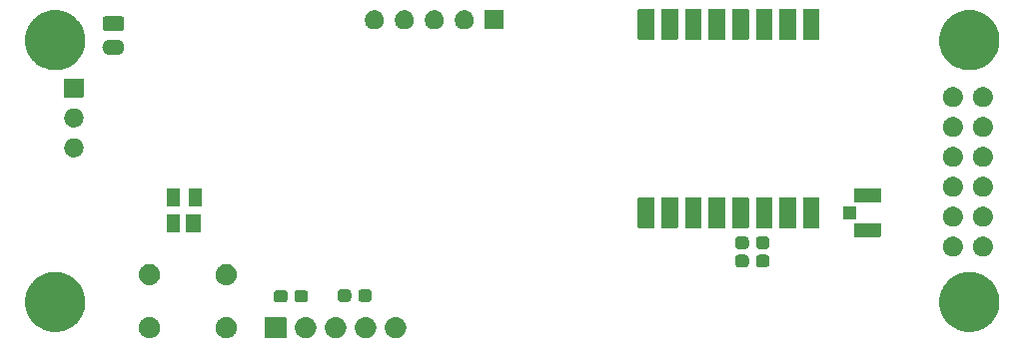
<source format=gbs>
G04 #@! TF.GenerationSoftware,KiCad,Pcbnew,6.0.0-unknown-da645c5~86~ubuntu18.04.1*
G04 #@! TF.CreationDate,2019-07-09T16:21:19-04:00*
G04 #@! TF.ProjectId,Femtosat,46656d74-6f73-4617-942e-6b696361645f,rev?*
G04 #@! TF.SameCoordinates,Original*
G04 #@! TF.FileFunction,Soldermask,Bot*
G04 #@! TF.FilePolarity,Negative*
%FSLAX46Y46*%
G04 Gerber Fmt 4.6, Leading zero omitted, Abs format (unit mm)*
G04 Created by KiCad (PCBNEW 6.0.0-unknown-da645c5~86~ubuntu18.04.1) date 2019-07-09 16:21:19*
%MOMM*%
%LPD*%
G04 APERTURE LIST*
%ADD10C,0.100000*%
G04 APERTURE END LIST*
D10*
G36*
X97099902Y-67699283D02*
G01*
X97144637Y-67699595D01*
X97188460Y-67708590D01*
X97238360Y-67713835D01*
X97280132Y-67727408D01*
X97317723Y-67735124D01*
X97364851Y-67754935D01*
X97418488Y-67772363D01*
X97451099Y-67791191D01*
X97480614Y-67803598D01*
X97528301Y-67835763D01*
X97582511Y-67867061D01*
X97605826Y-67888054D01*
X97627101Y-67902404D01*
X97672183Y-67947802D01*
X97723261Y-67993793D01*
X97738003Y-68014083D01*
X97751608Y-68027784D01*
X97790643Y-68086537D01*
X97834586Y-68147019D01*
X97842221Y-68164168D01*
X97849388Y-68174955D01*
X97878865Y-68246472D01*
X97911621Y-68320042D01*
X97914211Y-68332225D01*
X97916724Y-68338323D01*
X97933292Y-68421997D01*
X97950999Y-68505301D01*
X97950999Y-68694699D01*
X97948115Y-68708269D01*
X97948030Y-68714331D01*
X97929342Y-68796585D01*
X97911621Y-68879958D01*
X97909129Y-68885555D01*
X97909078Y-68885780D01*
X97837210Y-69047197D01*
X97837078Y-69047385D01*
X97834586Y-69052981D01*
X97784480Y-69121946D01*
X97735357Y-69191582D01*
X97730585Y-69196126D01*
X97723261Y-69206207D01*
X97663396Y-69260110D01*
X97607396Y-69313438D01*
X97596464Y-69320376D01*
X97582511Y-69332939D01*
X97517764Y-69370321D01*
X97458211Y-69408114D01*
X97440209Y-69415097D01*
X97418488Y-69427637D01*
X97353115Y-69448878D01*
X97293468Y-69472014D01*
X97268200Y-69476469D01*
X97238360Y-69486165D01*
X97176095Y-69492709D01*
X97119460Y-69502695D01*
X97087459Y-69502025D01*
X97050000Y-69505962D01*
X96993902Y-69500066D01*
X96942799Y-69498996D01*
X96905323Y-69490756D01*
X96861640Y-69486165D01*
X96813917Y-69470659D01*
X96770225Y-69461052D01*
X96729230Y-69443142D01*
X96681512Y-69427637D01*
X96643473Y-69405675D01*
X96608310Y-69390313D01*
X96566337Y-69361141D01*
X96517489Y-69332939D01*
X96489504Y-69307741D01*
X96463215Y-69289470D01*
X96423257Y-69248092D01*
X96376739Y-69206207D01*
X96358296Y-69180823D01*
X96340473Y-69162366D01*
X96305821Y-69108597D01*
X96265414Y-69052981D01*
X96255212Y-69030066D01*
X96244754Y-69013839D01*
X96218789Y-68948261D01*
X96188379Y-68879958D01*
X96184476Y-68861596D01*
X96179707Y-68849551D01*
X96165740Y-68773448D01*
X96149001Y-68694699D01*
X96149001Y-68682246D01*
X96147811Y-68675762D01*
X96149001Y-68590535D01*
X96149001Y-68505301D01*
X96150275Y-68499308D01*
X96150278Y-68499077D01*
X96187015Y-68326246D01*
X96187105Y-68326036D01*
X96188379Y-68320042D01*
X96223042Y-68242188D01*
X96256622Y-68163839D01*
X96260348Y-68158397D01*
X96265414Y-68147019D01*
X96312746Y-68081872D01*
X96356452Y-68018041D01*
X96365706Y-68008979D01*
X96376739Y-67993793D01*
X96432297Y-67943769D01*
X96482693Y-67894417D01*
X96498848Y-67883846D01*
X96517489Y-67867061D01*
X96577026Y-67832687D01*
X96630551Y-67797662D01*
X96654340Y-67788050D01*
X96681512Y-67772363D01*
X96741045Y-67753019D01*
X96794376Y-67731472D01*
X96825820Y-67725474D01*
X96861640Y-67713835D01*
X96917744Y-67707938D01*
X96967945Y-67698362D01*
X97006312Y-67698630D01*
X97050000Y-67694038D01*
X97099902Y-67699283D01*
X97099902Y-67699283D01*
G37*
G36*
X103599902Y-67699283D02*
G01*
X103644637Y-67699595D01*
X103688460Y-67708590D01*
X103738360Y-67713835D01*
X103780132Y-67727408D01*
X103817723Y-67735124D01*
X103864851Y-67754935D01*
X103918488Y-67772363D01*
X103951099Y-67791191D01*
X103980614Y-67803598D01*
X104028301Y-67835763D01*
X104082511Y-67867061D01*
X104105826Y-67888054D01*
X104127101Y-67902404D01*
X104172183Y-67947802D01*
X104223261Y-67993793D01*
X104238003Y-68014083D01*
X104251608Y-68027784D01*
X104290643Y-68086537D01*
X104334586Y-68147019D01*
X104342221Y-68164168D01*
X104349388Y-68174955D01*
X104378865Y-68246472D01*
X104411621Y-68320042D01*
X104414211Y-68332225D01*
X104416724Y-68338323D01*
X104433292Y-68421997D01*
X104450999Y-68505301D01*
X104450999Y-68694699D01*
X104448115Y-68708269D01*
X104448030Y-68714331D01*
X104429342Y-68796585D01*
X104411621Y-68879958D01*
X104409129Y-68885555D01*
X104409078Y-68885780D01*
X104337210Y-69047197D01*
X104337078Y-69047385D01*
X104334586Y-69052981D01*
X104284480Y-69121946D01*
X104235357Y-69191582D01*
X104230585Y-69196126D01*
X104223261Y-69206207D01*
X104163396Y-69260110D01*
X104107396Y-69313438D01*
X104096464Y-69320376D01*
X104082511Y-69332939D01*
X104017764Y-69370321D01*
X103958211Y-69408114D01*
X103940209Y-69415097D01*
X103918488Y-69427637D01*
X103853115Y-69448878D01*
X103793468Y-69472014D01*
X103768200Y-69476469D01*
X103738360Y-69486165D01*
X103676095Y-69492709D01*
X103619460Y-69502695D01*
X103587459Y-69502025D01*
X103550000Y-69505962D01*
X103493902Y-69500066D01*
X103442799Y-69498996D01*
X103405323Y-69490756D01*
X103361640Y-69486165D01*
X103313917Y-69470659D01*
X103270225Y-69461052D01*
X103229230Y-69443142D01*
X103181512Y-69427637D01*
X103143473Y-69405675D01*
X103108310Y-69390313D01*
X103066337Y-69361141D01*
X103017489Y-69332939D01*
X102989504Y-69307741D01*
X102963215Y-69289470D01*
X102923257Y-69248092D01*
X102876739Y-69206207D01*
X102858296Y-69180823D01*
X102840473Y-69162366D01*
X102805821Y-69108597D01*
X102765414Y-69052981D01*
X102755212Y-69030066D01*
X102744754Y-69013839D01*
X102718789Y-68948261D01*
X102688379Y-68879958D01*
X102684476Y-68861596D01*
X102679707Y-68849551D01*
X102665740Y-68773448D01*
X102649001Y-68694699D01*
X102649001Y-68682246D01*
X102647811Y-68675762D01*
X102649001Y-68590535D01*
X102649001Y-68505301D01*
X102650275Y-68499308D01*
X102650278Y-68499077D01*
X102687015Y-68326246D01*
X102687105Y-68326036D01*
X102688379Y-68320042D01*
X102723042Y-68242188D01*
X102756622Y-68163839D01*
X102760348Y-68158397D01*
X102765414Y-68147019D01*
X102812746Y-68081872D01*
X102856452Y-68018041D01*
X102865706Y-68008979D01*
X102876739Y-67993793D01*
X102932297Y-67943769D01*
X102982693Y-67894417D01*
X102998848Y-67883846D01*
X103017489Y-67867061D01*
X103077026Y-67832687D01*
X103130551Y-67797662D01*
X103154340Y-67788050D01*
X103181512Y-67772363D01*
X103241045Y-67753019D01*
X103294376Y-67731472D01*
X103325820Y-67725474D01*
X103361640Y-67713835D01*
X103417744Y-67707938D01*
X103467945Y-67698362D01*
X103506312Y-67698630D01*
X103550000Y-67694038D01*
X103599902Y-67699283D01*
X103599902Y-67699283D01*
G37*
G36*
X108619899Y-67701959D02*
G01*
X108636769Y-67713231D01*
X108648041Y-67730101D01*
X108654448Y-67762312D01*
X108654448Y-69437688D01*
X108651999Y-69450000D01*
X108648041Y-69469899D01*
X108636769Y-69486769D01*
X108619899Y-69498041D01*
X108600000Y-69501999D01*
X108587688Y-69504448D01*
X106912312Y-69504448D01*
X106880101Y-69498041D01*
X106863231Y-69486769D01*
X106851959Y-69469899D01*
X106845552Y-69437688D01*
X106845552Y-67762312D01*
X106851959Y-67730101D01*
X106863231Y-67713231D01*
X106880101Y-67701959D01*
X106912312Y-67695552D01*
X108587688Y-67695552D01*
X108619899Y-67701959D01*
X108619899Y-67701959D01*
G37*
G36*
X113018360Y-67713835D02*
G01*
X113099397Y-67740166D01*
X113186663Y-67767848D01*
X113189655Y-67769493D01*
X113198488Y-67772363D01*
X113270466Y-67813919D01*
X113341499Y-67852970D01*
X113348986Y-67859253D01*
X113362511Y-67867061D01*
X113420259Y-67919057D01*
X113476857Y-67966549D01*
X113486962Y-67979118D01*
X113503261Y-67993793D01*
X113545454Y-68051867D01*
X113587579Y-68104260D01*
X113597994Y-68124182D01*
X113614586Y-68147019D01*
X113641297Y-68207012D01*
X113669439Y-68260843D01*
X113677582Y-68288510D01*
X113691621Y-68320042D01*
X113703992Y-68378241D01*
X113719328Y-68430349D01*
X113722518Y-68465401D01*
X113730999Y-68505301D01*
X113730999Y-68558592D01*
X113735343Y-68606324D01*
X113730999Y-68647653D01*
X113730999Y-68694699D01*
X113721217Y-68740721D01*
X113716873Y-68782047D01*
X113702702Y-68827827D01*
X113691621Y-68879958D01*
X113675028Y-68917226D01*
X113664622Y-68950843D01*
X113638789Y-68998620D01*
X113614586Y-69052981D01*
X113594298Y-69080905D01*
X113580580Y-69106276D01*
X113541859Y-69153082D01*
X113503261Y-69206207D01*
X113482284Y-69225095D01*
X113467952Y-69242419D01*
X113415845Y-69284917D01*
X113362511Y-69332939D01*
X113343524Y-69343901D01*
X113331025Y-69354095D01*
X113265780Y-69388786D01*
X113198488Y-69427637D01*
X113183636Y-69432463D01*
X113175003Y-69437053D01*
X113097430Y-69460473D01*
X113018360Y-69486165D01*
X113009114Y-69487137D01*
X113005851Y-69488122D01*
X112914710Y-69497059D01*
X112877211Y-69501000D01*
X112782789Y-69501000D01*
X112641640Y-69486165D01*
X112560603Y-69459834D01*
X112473337Y-69432152D01*
X112470345Y-69430507D01*
X112461512Y-69427637D01*
X112389534Y-69386081D01*
X112318501Y-69347030D01*
X112311014Y-69340747D01*
X112297489Y-69332939D01*
X112239741Y-69280943D01*
X112183143Y-69233451D01*
X112173038Y-69220882D01*
X112156739Y-69206207D01*
X112114546Y-69148133D01*
X112072421Y-69095740D01*
X112062006Y-69075818D01*
X112045414Y-69052981D01*
X112018703Y-68992988D01*
X111990561Y-68939157D01*
X111982418Y-68911490D01*
X111968379Y-68879958D01*
X111956008Y-68821759D01*
X111940672Y-68769651D01*
X111937482Y-68734599D01*
X111929001Y-68694699D01*
X111929001Y-68641408D01*
X111924657Y-68593676D01*
X111929001Y-68552347D01*
X111929001Y-68505301D01*
X111938783Y-68459279D01*
X111943127Y-68417953D01*
X111957298Y-68372173D01*
X111968379Y-68320042D01*
X111984972Y-68282774D01*
X111995378Y-68249157D01*
X112021211Y-68201380D01*
X112045414Y-68147019D01*
X112065702Y-68119095D01*
X112079420Y-68093724D01*
X112118141Y-68046918D01*
X112156739Y-67993793D01*
X112177716Y-67974905D01*
X112192048Y-67957581D01*
X112244155Y-67915083D01*
X112297489Y-67867061D01*
X112316476Y-67856099D01*
X112328975Y-67845905D01*
X112394220Y-67811214D01*
X112461512Y-67772363D01*
X112476364Y-67767537D01*
X112484997Y-67762947D01*
X112562570Y-67739527D01*
X112641640Y-67713835D01*
X112650886Y-67712863D01*
X112654149Y-67711878D01*
X112745290Y-67702941D01*
X112782789Y-67699000D01*
X112877211Y-67699000D01*
X113018360Y-67713835D01*
X113018360Y-67713835D01*
G37*
G36*
X118098360Y-67713835D02*
G01*
X118179397Y-67740166D01*
X118266663Y-67767848D01*
X118269655Y-67769493D01*
X118278488Y-67772363D01*
X118350466Y-67813919D01*
X118421499Y-67852970D01*
X118428986Y-67859253D01*
X118442511Y-67867061D01*
X118500259Y-67919057D01*
X118556857Y-67966549D01*
X118566962Y-67979118D01*
X118583261Y-67993793D01*
X118625454Y-68051867D01*
X118667579Y-68104260D01*
X118677994Y-68124182D01*
X118694586Y-68147019D01*
X118721297Y-68207012D01*
X118749439Y-68260843D01*
X118757582Y-68288510D01*
X118771621Y-68320042D01*
X118783992Y-68378241D01*
X118799328Y-68430349D01*
X118802518Y-68465401D01*
X118810999Y-68505301D01*
X118810999Y-68558592D01*
X118815343Y-68606324D01*
X118810999Y-68647653D01*
X118810999Y-68694699D01*
X118801217Y-68740721D01*
X118796873Y-68782047D01*
X118782702Y-68827827D01*
X118771621Y-68879958D01*
X118755028Y-68917226D01*
X118744622Y-68950843D01*
X118718789Y-68998620D01*
X118694586Y-69052981D01*
X118674298Y-69080905D01*
X118660580Y-69106276D01*
X118621859Y-69153082D01*
X118583261Y-69206207D01*
X118562284Y-69225095D01*
X118547952Y-69242419D01*
X118495845Y-69284917D01*
X118442511Y-69332939D01*
X118423524Y-69343901D01*
X118411025Y-69354095D01*
X118345780Y-69388786D01*
X118278488Y-69427637D01*
X118263636Y-69432463D01*
X118255003Y-69437053D01*
X118177430Y-69460473D01*
X118098360Y-69486165D01*
X118089114Y-69487137D01*
X118085851Y-69488122D01*
X117994710Y-69497059D01*
X117957211Y-69501000D01*
X117862789Y-69501000D01*
X117721640Y-69486165D01*
X117640603Y-69459834D01*
X117553337Y-69432152D01*
X117550345Y-69430507D01*
X117541512Y-69427637D01*
X117469534Y-69386081D01*
X117398501Y-69347030D01*
X117391014Y-69340747D01*
X117377489Y-69332939D01*
X117319741Y-69280943D01*
X117263143Y-69233451D01*
X117253038Y-69220882D01*
X117236739Y-69206207D01*
X117194546Y-69148133D01*
X117152421Y-69095740D01*
X117142006Y-69075818D01*
X117125414Y-69052981D01*
X117098703Y-68992988D01*
X117070561Y-68939157D01*
X117062418Y-68911490D01*
X117048379Y-68879958D01*
X117036008Y-68821759D01*
X117020672Y-68769651D01*
X117017482Y-68734599D01*
X117009001Y-68694699D01*
X117009001Y-68641408D01*
X117004657Y-68593676D01*
X117009001Y-68552347D01*
X117009001Y-68505301D01*
X117018783Y-68459279D01*
X117023127Y-68417953D01*
X117037298Y-68372173D01*
X117048379Y-68320042D01*
X117064972Y-68282774D01*
X117075378Y-68249157D01*
X117101211Y-68201380D01*
X117125414Y-68147019D01*
X117145702Y-68119095D01*
X117159420Y-68093724D01*
X117198141Y-68046918D01*
X117236739Y-67993793D01*
X117257716Y-67974905D01*
X117272048Y-67957581D01*
X117324155Y-67915083D01*
X117377489Y-67867061D01*
X117396476Y-67856099D01*
X117408975Y-67845905D01*
X117474220Y-67811214D01*
X117541512Y-67772363D01*
X117556364Y-67767537D01*
X117564997Y-67762947D01*
X117642570Y-67739527D01*
X117721640Y-67713835D01*
X117730886Y-67712863D01*
X117734149Y-67711878D01*
X117825290Y-67702941D01*
X117862789Y-67699000D01*
X117957211Y-67699000D01*
X118098360Y-67713835D01*
X118098360Y-67713835D01*
G37*
G36*
X115558360Y-67713835D02*
G01*
X115639397Y-67740166D01*
X115726663Y-67767848D01*
X115729655Y-67769493D01*
X115738488Y-67772363D01*
X115810466Y-67813919D01*
X115881499Y-67852970D01*
X115888986Y-67859253D01*
X115902511Y-67867061D01*
X115960259Y-67919057D01*
X116016857Y-67966549D01*
X116026962Y-67979118D01*
X116043261Y-67993793D01*
X116085454Y-68051867D01*
X116127579Y-68104260D01*
X116137994Y-68124182D01*
X116154586Y-68147019D01*
X116181297Y-68207012D01*
X116209439Y-68260843D01*
X116217582Y-68288510D01*
X116231621Y-68320042D01*
X116243992Y-68378241D01*
X116259328Y-68430349D01*
X116262518Y-68465401D01*
X116270999Y-68505301D01*
X116270999Y-68558592D01*
X116275343Y-68606324D01*
X116270999Y-68647653D01*
X116270999Y-68694699D01*
X116261217Y-68740721D01*
X116256873Y-68782047D01*
X116242702Y-68827827D01*
X116231621Y-68879958D01*
X116215028Y-68917226D01*
X116204622Y-68950843D01*
X116178789Y-68998620D01*
X116154586Y-69052981D01*
X116134298Y-69080905D01*
X116120580Y-69106276D01*
X116081859Y-69153082D01*
X116043261Y-69206207D01*
X116022284Y-69225095D01*
X116007952Y-69242419D01*
X115955845Y-69284917D01*
X115902511Y-69332939D01*
X115883524Y-69343901D01*
X115871025Y-69354095D01*
X115805780Y-69388786D01*
X115738488Y-69427637D01*
X115723636Y-69432463D01*
X115715003Y-69437053D01*
X115637430Y-69460473D01*
X115558360Y-69486165D01*
X115549114Y-69487137D01*
X115545851Y-69488122D01*
X115454710Y-69497059D01*
X115417211Y-69501000D01*
X115322789Y-69501000D01*
X115181640Y-69486165D01*
X115100603Y-69459834D01*
X115013337Y-69432152D01*
X115010345Y-69430507D01*
X115001512Y-69427637D01*
X114929534Y-69386081D01*
X114858501Y-69347030D01*
X114851014Y-69340747D01*
X114837489Y-69332939D01*
X114779741Y-69280943D01*
X114723143Y-69233451D01*
X114713038Y-69220882D01*
X114696739Y-69206207D01*
X114654546Y-69148133D01*
X114612421Y-69095740D01*
X114602006Y-69075818D01*
X114585414Y-69052981D01*
X114558703Y-68992988D01*
X114530561Y-68939157D01*
X114522418Y-68911490D01*
X114508379Y-68879958D01*
X114496008Y-68821759D01*
X114480672Y-68769651D01*
X114477482Y-68734599D01*
X114469001Y-68694699D01*
X114469001Y-68641408D01*
X114464657Y-68593676D01*
X114469001Y-68552347D01*
X114469001Y-68505301D01*
X114478783Y-68459279D01*
X114483127Y-68417953D01*
X114497298Y-68372173D01*
X114508379Y-68320042D01*
X114524972Y-68282774D01*
X114535378Y-68249157D01*
X114561211Y-68201380D01*
X114585414Y-68147019D01*
X114605702Y-68119095D01*
X114619420Y-68093724D01*
X114658141Y-68046918D01*
X114696739Y-67993793D01*
X114717716Y-67974905D01*
X114732048Y-67957581D01*
X114784155Y-67915083D01*
X114837489Y-67867061D01*
X114856476Y-67856099D01*
X114868975Y-67845905D01*
X114934220Y-67811214D01*
X115001512Y-67772363D01*
X115016364Y-67767537D01*
X115024997Y-67762947D01*
X115102570Y-67739527D01*
X115181640Y-67713835D01*
X115190886Y-67712863D01*
X115194149Y-67711878D01*
X115285290Y-67702941D01*
X115322789Y-67699000D01*
X115417211Y-67699000D01*
X115558360Y-67713835D01*
X115558360Y-67713835D01*
G37*
G36*
X110478360Y-67713835D02*
G01*
X110559397Y-67740166D01*
X110646663Y-67767848D01*
X110649655Y-67769493D01*
X110658488Y-67772363D01*
X110730466Y-67813919D01*
X110801499Y-67852970D01*
X110808986Y-67859253D01*
X110822511Y-67867061D01*
X110880259Y-67919057D01*
X110936857Y-67966549D01*
X110946962Y-67979118D01*
X110963261Y-67993793D01*
X111005454Y-68051867D01*
X111047579Y-68104260D01*
X111057994Y-68124182D01*
X111074586Y-68147019D01*
X111101297Y-68207012D01*
X111129439Y-68260843D01*
X111137582Y-68288510D01*
X111151621Y-68320042D01*
X111163992Y-68378241D01*
X111179328Y-68430349D01*
X111182518Y-68465401D01*
X111190999Y-68505301D01*
X111190999Y-68558592D01*
X111195343Y-68606324D01*
X111190999Y-68647653D01*
X111190999Y-68694699D01*
X111181217Y-68740721D01*
X111176873Y-68782047D01*
X111162702Y-68827827D01*
X111151621Y-68879958D01*
X111135028Y-68917226D01*
X111124622Y-68950843D01*
X111098789Y-68998620D01*
X111074586Y-69052981D01*
X111054298Y-69080905D01*
X111040580Y-69106276D01*
X111001859Y-69153082D01*
X110963261Y-69206207D01*
X110942284Y-69225095D01*
X110927952Y-69242419D01*
X110875845Y-69284917D01*
X110822511Y-69332939D01*
X110803524Y-69343901D01*
X110791025Y-69354095D01*
X110725780Y-69388786D01*
X110658488Y-69427637D01*
X110643636Y-69432463D01*
X110635003Y-69437053D01*
X110557430Y-69460473D01*
X110478360Y-69486165D01*
X110469114Y-69487137D01*
X110465851Y-69488122D01*
X110374710Y-69497059D01*
X110337211Y-69501000D01*
X110242789Y-69501000D01*
X110101640Y-69486165D01*
X110020603Y-69459834D01*
X109933337Y-69432152D01*
X109930345Y-69430507D01*
X109921512Y-69427637D01*
X109849534Y-69386081D01*
X109778501Y-69347030D01*
X109771014Y-69340747D01*
X109757489Y-69332939D01*
X109699741Y-69280943D01*
X109643143Y-69233451D01*
X109633038Y-69220882D01*
X109616739Y-69206207D01*
X109574546Y-69148133D01*
X109532421Y-69095740D01*
X109522006Y-69075818D01*
X109505414Y-69052981D01*
X109478703Y-68992988D01*
X109450561Y-68939157D01*
X109442418Y-68911490D01*
X109428379Y-68879958D01*
X109416008Y-68821759D01*
X109400672Y-68769651D01*
X109397482Y-68734599D01*
X109389001Y-68694699D01*
X109389001Y-68641408D01*
X109384657Y-68593676D01*
X109389001Y-68552347D01*
X109389001Y-68505301D01*
X109398783Y-68459279D01*
X109403127Y-68417953D01*
X109417298Y-68372173D01*
X109428379Y-68320042D01*
X109444972Y-68282774D01*
X109455378Y-68249157D01*
X109481211Y-68201380D01*
X109505414Y-68147019D01*
X109525702Y-68119095D01*
X109539420Y-68093724D01*
X109578141Y-68046918D01*
X109616739Y-67993793D01*
X109637716Y-67974905D01*
X109652048Y-67957581D01*
X109704155Y-67915083D01*
X109757489Y-67867061D01*
X109776476Y-67856099D01*
X109788975Y-67845905D01*
X109854220Y-67811214D01*
X109921512Y-67772363D01*
X109936364Y-67767537D01*
X109944997Y-67762947D01*
X110022570Y-67739527D01*
X110101640Y-67713835D01*
X110110886Y-67712863D01*
X110114149Y-67711878D01*
X110205290Y-67702941D01*
X110242789Y-67699000D01*
X110337211Y-67699000D01*
X110478360Y-67713835D01*
X110478360Y-67713835D01*
G37*
G36*
X166601864Y-63877535D02*
G01*
X166656487Y-63876581D01*
X166760543Y-63887518D01*
X166865357Y-63894112D01*
X166916983Y-63903960D01*
X166966836Y-63909200D01*
X167073308Y-63933781D01*
X167180662Y-63954260D01*
X167226442Y-63969135D01*
X167270897Y-63979398D01*
X167377958Y-64018365D01*
X167485942Y-64053451D01*
X167525504Y-64072067D01*
X167564146Y-64086132D01*
X167669869Y-64140001D01*
X167776383Y-64190122D01*
X167809555Y-64211174D01*
X167842194Y-64227804D01*
X167944555Y-64296848D01*
X168047404Y-64362118D01*
X168074261Y-64384336D01*
X168100901Y-64402305D01*
X168197757Y-64486500D01*
X168294732Y-64566725D01*
X168315562Y-64588907D01*
X168336422Y-64607040D01*
X168425665Y-64706155D01*
X168514465Y-64800717D01*
X168529741Y-64821743D01*
X168545229Y-64838944D01*
X168624764Y-64952531D01*
X168703138Y-65060404D01*
X168713516Y-65079281D01*
X168724222Y-65094571D01*
X168791989Y-65222023D01*
X168857777Y-65341690D01*
X168864075Y-65357598D01*
X168870725Y-65370104D01*
X168924764Y-65510879D01*
X168975941Y-65640139D01*
X168979091Y-65652406D01*
X168982560Y-65661444D01*
X169021111Y-65816066D01*
X169055768Y-65951045D01*
X169056798Y-65959199D01*
X169058054Y-65964236D01*
X169079511Y-66138992D01*
X169095999Y-66269505D01*
X169095999Y-66590495D01*
X169085345Y-66674834D01*
X169084137Y-66720948D01*
X169067851Y-66813311D01*
X169055768Y-66908955D01*
X169040501Y-66968415D01*
X169030232Y-67026654D01*
X169000992Y-67122294D01*
X168975941Y-67219861D01*
X168954966Y-67272837D01*
X168938995Y-67325077D01*
X168896441Y-67420656D01*
X168857777Y-67518310D01*
X168832458Y-67564365D01*
X168812068Y-67610162D01*
X168755781Y-67703839D01*
X168703138Y-67799596D01*
X168674849Y-67838533D01*
X168651343Y-67877653D01*
X168581181Y-67967456D01*
X168514465Y-68059283D01*
X168484542Y-68091148D01*
X168459225Y-68123552D01*
X168375327Y-68207450D01*
X168294732Y-68293275D01*
X168264454Y-68318323D01*
X168238552Y-68344225D01*
X168141253Y-68420244D01*
X168047404Y-68497882D01*
X168017981Y-68516554D01*
X167992653Y-68536343D01*
X167882621Y-68602457D01*
X167776383Y-68669878D01*
X167748856Y-68682831D01*
X167725162Y-68697068D01*
X167603322Y-68751314D01*
X167485942Y-68806549D01*
X167461220Y-68814582D01*
X167440077Y-68823995D01*
X167307511Y-68864524D01*
X167180662Y-68905740D01*
X167159492Y-68909778D01*
X167141654Y-68915232D01*
X166999551Y-68940289D01*
X166865357Y-68965888D01*
X166848281Y-68966962D01*
X166834332Y-68969422D01*
X166683751Y-68977314D01*
X166545000Y-68986043D01*
X166532359Y-68985248D01*
X166522698Y-68985754D01*
X166363827Y-68974645D01*
X166224643Y-68965888D01*
X166216565Y-68964347D01*
X166211387Y-68963985D01*
X166038581Y-68930394D01*
X165909338Y-68905740D01*
X165905753Y-68904575D01*
X165905068Y-68904442D01*
X165608274Y-68808008D01*
X165607644Y-68807714D01*
X165604058Y-68806549D01*
X165484856Y-68750457D01*
X165325454Y-68676126D01*
X165321061Y-68673381D01*
X165313617Y-68669878D01*
X165195860Y-68595147D01*
X165060808Y-68510757D01*
X165053288Y-68504667D01*
X165042596Y-68497882D01*
X164935514Y-68409297D01*
X164818298Y-68314377D01*
X164808455Y-68304184D01*
X164795268Y-68293275D01*
X164701744Y-68193682D01*
X164601514Y-68089891D01*
X164590287Y-68074992D01*
X164575535Y-68059283D01*
X164497157Y-67951405D01*
X164413711Y-67840668D01*
X164402134Y-67820617D01*
X164386862Y-67799596D01*
X164324377Y-67685937D01*
X164257680Y-67570414D01*
X164246880Y-67544971D01*
X164232223Y-67518310D01*
X164185899Y-67401308D01*
X164135750Y-67283165D01*
X164126892Y-67252273D01*
X164114059Y-67219861D01*
X164083765Y-67101873D01*
X164049731Y-66983184D01*
X164044000Y-66946998D01*
X164034232Y-66908955D01*
X164019483Y-66792202D01*
X164000915Y-66674970D01*
X163999480Y-66633863D01*
X163994001Y-66590495D01*
X163994001Y-66476960D01*
X163990025Y-66363091D01*
X163994001Y-66317644D01*
X163994001Y-66269505D01*
X164007698Y-66161081D01*
X164017222Y-66052221D01*
X164027646Y-66003182D01*
X164034232Y-65951045D01*
X164060346Y-65849338D01*
X164082102Y-65746983D01*
X164099891Y-65695320D01*
X164114059Y-65640139D01*
X164151136Y-65546493D01*
X164183702Y-65451914D01*
X164209629Y-65398755D01*
X164232223Y-65341690D01*
X164278659Y-65257224D01*
X164320499Y-65171439D01*
X164355173Y-65118046D01*
X164386862Y-65060404D01*
X164440969Y-64985932D01*
X164490459Y-64909724D01*
X164534277Y-64857504D01*
X164575535Y-64800717D01*
X164635587Y-64736768D01*
X164691051Y-64670669D01*
X164744201Y-64621105D01*
X164795268Y-64566725D01*
X164859499Y-64513589D01*
X164919281Y-64457841D01*
X164981746Y-64412458D01*
X165042596Y-64362118D01*
X165109274Y-64319803D01*
X165171739Y-64274419D01*
X165243232Y-64234790D01*
X165313617Y-64190122D01*
X165381119Y-64158358D01*
X165444683Y-64123124D01*
X165524683Y-64090802D01*
X165604058Y-64053451D01*
X165670822Y-64031758D01*
X165734014Y-64006227D01*
X165821764Y-63982714D01*
X165909338Y-63954260D01*
X165973970Y-63941931D01*
X166035443Y-63925459D01*
X166129923Y-63912181D01*
X166224643Y-63894112D01*
X166285926Y-63890256D01*
X166344475Y-63882028D01*
X166444458Y-63880283D01*
X166545000Y-63873957D01*
X166601864Y-63877535D01*
X166601864Y-63877535D01*
G37*
G36*
X89121864Y-63877535D02*
G01*
X89176487Y-63876581D01*
X89280543Y-63887518D01*
X89385357Y-63894112D01*
X89436983Y-63903960D01*
X89486836Y-63909200D01*
X89593308Y-63933781D01*
X89700662Y-63954260D01*
X89746442Y-63969135D01*
X89790897Y-63979398D01*
X89897958Y-64018365D01*
X90005942Y-64053451D01*
X90045504Y-64072067D01*
X90084146Y-64086132D01*
X90189869Y-64140001D01*
X90296383Y-64190122D01*
X90329555Y-64211174D01*
X90362194Y-64227804D01*
X90464555Y-64296848D01*
X90567404Y-64362118D01*
X90594261Y-64384336D01*
X90620901Y-64402305D01*
X90717757Y-64486500D01*
X90814732Y-64566725D01*
X90835562Y-64588907D01*
X90856422Y-64607040D01*
X90945665Y-64706155D01*
X91034465Y-64800717D01*
X91049741Y-64821743D01*
X91065229Y-64838944D01*
X91144764Y-64952531D01*
X91223138Y-65060404D01*
X91233516Y-65079281D01*
X91244222Y-65094571D01*
X91311989Y-65222023D01*
X91377777Y-65341690D01*
X91384075Y-65357598D01*
X91390725Y-65370104D01*
X91444764Y-65510879D01*
X91495941Y-65640139D01*
X91499091Y-65652406D01*
X91502560Y-65661444D01*
X91541111Y-65816066D01*
X91575768Y-65951045D01*
X91576798Y-65959199D01*
X91578054Y-65964236D01*
X91599511Y-66138992D01*
X91615999Y-66269505D01*
X91615999Y-66590495D01*
X91605345Y-66674834D01*
X91604137Y-66720948D01*
X91587851Y-66813311D01*
X91575768Y-66908955D01*
X91560501Y-66968415D01*
X91550232Y-67026654D01*
X91520992Y-67122294D01*
X91495941Y-67219861D01*
X91474966Y-67272837D01*
X91458995Y-67325077D01*
X91416441Y-67420656D01*
X91377777Y-67518310D01*
X91352458Y-67564365D01*
X91332068Y-67610162D01*
X91275781Y-67703839D01*
X91223138Y-67799596D01*
X91194849Y-67838533D01*
X91171343Y-67877653D01*
X91101181Y-67967456D01*
X91034465Y-68059283D01*
X91004542Y-68091148D01*
X90979225Y-68123552D01*
X90895327Y-68207450D01*
X90814732Y-68293275D01*
X90784454Y-68318323D01*
X90758552Y-68344225D01*
X90661253Y-68420244D01*
X90567404Y-68497882D01*
X90537981Y-68516554D01*
X90512653Y-68536343D01*
X90402621Y-68602457D01*
X90296383Y-68669878D01*
X90268856Y-68682831D01*
X90245162Y-68697068D01*
X90123322Y-68751314D01*
X90005942Y-68806549D01*
X89981220Y-68814582D01*
X89960077Y-68823995D01*
X89827511Y-68864524D01*
X89700662Y-68905740D01*
X89679492Y-68909778D01*
X89661654Y-68915232D01*
X89519551Y-68940289D01*
X89385357Y-68965888D01*
X89368281Y-68966962D01*
X89354332Y-68969422D01*
X89203751Y-68977314D01*
X89065000Y-68986043D01*
X89052359Y-68985248D01*
X89042698Y-68985754D01*
X88883827Y-68974645D01*
X88744643Y-68965888D01*
X88736565Y-68964347D01*
X88731387Y-68963985D01*
X88558581Y-68930394D01*
X88429338Y-68905740D01*
X88425753Y-68904575D01*
X88425068Y-68904442D01*
X88128274Y-68808008D01*
X88127644Y-68807714D01*
X88124058Y-68806549D01*
X88004856Y-68750457D01*
X87845454Y-68676126D01*
X87841061Y-68673381D01*
X87833617Y-68669878D01*
X87715860Y-68595147D01*
X87580808Y-68510757D01*
X87573288Y-68504667D01*
X87562596Y-68497882D01*
X87455514Y-68409297D01*
X87338298Y-68314377D01*
X87328455Y-68304184D01*
X87315268Y-68293275D01*
X87221744Y-68193682D01*
X87121514Y-68089891D01*
X87110287Y-68074992D01*
X87095535Y-68059283D01*
X87017157Y-67951405D01*
X86933711Y-67840668D01*
X86922134Y-67820617D01*
X86906862Y-67799596D01*
X86844377Y-67685937D01*
X86777680Y-67570414D01*
X86766880Y-67544971D01*
X86752223Y-67518310D01*
X86705899Y-67401308D01*
X86655750Y-67283165D01*
X86646892Y-67252273D01*
X86634059Y-67219861D01*
X86603765Y-67101873D01*
X86569731Y-66983184D01*
X86564000Y-66946998D01*
X86554232Y-66908955D01*
X86539483Y-66792202D01*
X86520915Y-66674970D01*
X86519480Y-66633863D01*
X86514001Y-66590495D01*
X86514001Y-66476960D01*
X86510025Y-66363091D01*
X86514001Y-66317644D01*
X86514001Y-66269505D01*
X86527698Y-66161081D01*
X86537222Y-66052221D01*
X86547646Y-66003182D01*
X86554232Y-65951045D01*
X86580346Y-65849338D01*
X86602102Y-65746983D01*
X86619891Y-65695320D01*
X86634059Y-65640139D01*
X86671136Y-65546493D01*
X86703702Y-65451914D01*
X86729629Y-65398755D01*
X86752223Y-65341690D01*
X86798659Y-65257224D01*
X86840499Y-65171439D01*
X86875173Y-65118046D01*
X86906862Y-65060404D01*
X86960969Y-64985932D01*
X87010459Y-64909724D01*
X87054277Y-64857504D01*
X87095535Y-64800717D01*
X87155587Y-64736768D01*
X87211051Y-64670669D01*
X87264201Y-64621105D01*
X87315268Y-64566725D01*
X87379499Y-64513589D01*
X87439281Y-64457841D01*
X87501746Y-64412458D01*
X87562596Y-64362118D01*
X87629274Y-64319803D01*
X87691739Y-64274419D01*
X87763232Y-64234790D01*
X87833617Y-64190122D01*
X87901119Y-64158358D01*
X87964683Y-64123124D01*
X88044683Y-64090802D01*
X88124058Y-64053451D01*
X88190822Y-64031758D01*
X88254014Y-64006227D01*
X88341764Y-63982714D01*
X88429338Y-63954260D01*
X88493970Y-63941931D01*
X88555443Y-63925459D01*
X88649923Y-63912181D01*
X88744643Y-63894112D01*
X88805926Y-63890256D01*
X88864475Y-63882028D01*
X88964458Y-63880283D01*
X89065000Y-63873957D01*
X89121864Y-63877535D01*
X89121864Y-63877535D01*
G37*
G36*
X108457980Y-65423117D02*
G01*
X108458386Y-65423117D01*
X108460637Y-65423538D01*
X108549801Y-65437660D01*
X108557691Y-65441680D01*
X108564409Y-65442936D01*
X108584176Y-65455175D01*
X108631229Y-65479150D01*
X108644776Y-65492697D01*
X108656114Y-65499717D01*
X108669432Y-65517353D01*
X108695850Y-65543771D01*
X108709267Y-65570103D01*
X108721114Y-65585791D01*
X108724418Y-65599838D01*
X108737340Y-65625199D01*
X108751686Y-65715777D01*
X108751883Y-65716614D01*
X108751883Y-65717020D01*
X108753194Y-65725297D01*
X108753194Y-66174703D01*
X108751883Y-66182980D01*
X108751883Y-66183386D01*
X108751462Y-66185637D01*
X108737340Y-66274801D01*
X108733320Y-66282691D01*
X108732064Y-66289409D01*
X108719825Y-66309176D01*
X108695850Y-66356229D01*
X108682303Y-66369776D01*
X108675283Y-66381114D01*
X108657647Y-66394432D01*
X108631229Y-66420850D01*
X108604897Y-66434267D01*
X108589209Y-66446114D01*
X108575162Y-66449418D01*
X108549801Y-66462340D01*
X108459223Y-66476686D01*
X108458386Y-66476883D01*
X108457980Y-66476883D01*
X108449703Y-66478194D01*
X107900297Y-66478194D01*
X107892020Y-66476883D01*
X107891614Y-66476883D01*
X107889363Y-66476462D01*
X107800199Y-66462340D01*
X107792309Y-66458320D01*
X107785591Y-66457064D01*
X107765824Y-66444825D01*
X107718771Y-66420850D01*
X107705224Y-66407303D01*
X107693886Y-66400283D01*
X107680568Y-66382647D01*
X107654150Y-66356229D01*
X107640733Y-66329897D01*
X107628886Y-66314209D01*
X107625582Y-66300162D01*
X107612660Y-66274801D01*
X107598314Y-66184223D01*
X107598117Y-66183386D01*
X107598117Y-66182980D01*
X107596806Y-66174703D01*
X107596806Y-65725297D01*
X107598117Y-65717020D01*
X107598117Y-65716614D01*
X107598538Y-65714363D01*
X107612660Y-65625199D01*
X107616680Y-65617309D01*
X107617936Y-65610591D01*
X107630175Y-65590824D01*
X107654150Y-65543771D01*
X107667697Y-65530224D01*
X107674717Y-65518886D01*
X107692353Y-65505568D01*
X107718771Y-65479150D01*
X107745103Y-65465733D01*
X107760791Y-65453886D01*
X107774838Y-65450582D01*
X107800199Y-65437660D01*
X107890777Y-65423314D01*
X107891614Y-65423117D01*
X107892020Y-65423117D01*
X107900297Y-65421806D01*
X108449703Y-65421806D01*
X108457980Y-65423117D01*
X108457980Y-65423117D01*
G37*
G36*
X110207980Y-65423117D02*
G01*
X110208386Y-65423117D01*
X110210637Y-65423538D01*
X110299801Y-65437660D01*
X110307691Y-65441680D01*
X110314409Y-65442936D01*
X110334176Y-65455175D01*
X110381229Y-65479150D01*
X110394776Y-65492697D01*
X110406114Y-65499717D01*
X110419432Y-65517353D01*
X110445850Y-65543771D01*
X110459267Y-65570103D01*
X110471114Y-65585791D01*
X110474418Y-65599838D01*
X110487340Y-65625199D01*
X110501686Y-65715777D01*
X110501883Y-65716614D01*
X110501883Y-65717020D01*
X110503194Y-65725297D01*
X110503194Y-66174703D01*
X110501883Y-66182980D01*
X110501883Y-66183386D01*
X110501462Y-66185637D01*
X110487340Y-66274801D01*
X110483320Y-66282691D01*
X110482064Y-66289409D01*
X110469825Y-66309176D01*
X110445850Y-66356229D01*
X110432303Y-66369776D01*
X110425283Y-66381114D01*
X110407647Y-66394432D01*
X110381229Y-66420850D01*
X110354897Y-66434267D01*
X110339209Y-66446114D01*
X110325162Y-66449418D01*
X110299801Y-66462340D01*
X110209223Y-66476686D01*
X110208386Y-66476883D01*
X110207980Y-66476883D01*
X110199703Y-66478194D01*
X109650297Y-66478194D01*
X109642020Y-66476883D01*
X109641614Y-66476883D01*
X109639363Y-66476462D01*
X109550199Y-66462340D01*
X109542309Y-66458320D01*
X109535591Y-66457064D01*
X109515824Y-66444825D01*
X109468771Y-66420850D01*
X109455224Y-66407303D01*
X109443886Y-66400283D01*
X109430568Y-66382647D01*
X109404150Y-66356229D01*
X109390733Y-66329897D01*
X109378886Y-66314209D01*
X109375582Y-66300162D01*
X109362660Y-66274801D01*
X109348314Y-66184223D01*
X109348117Y-66183386D01*
X109348117Y-66182980D01*
X109346806Y-66174703D01*
X109346806Y-65725297D01*
X109348117Y-65717020D01*
X109348117Y-65716614D01*
X109348538Y-65714363D01*
X109362660Y-65625199D01*
X109366680Y-65617309D01*
X109367936Y-65610591D01*
X109380175Y-65590824D01*
X109404150Y-65543771D01*
X109417697Y-65530224D01*
X109424717Y-65518886D01*
X109442353Y-65505568D01*
X109468771Y-65479150D01*
X109495103Y-65465733D01*
X109510791Y-65453886D01*
X109524838Y-65450582D01*
X109550199Y-65437660D01*
X109640777Y-65423314D01*
X109641614Y-65423117D01*
X109642020Y-65423117D01*
X109650297Y-65421806D01*
X110199703Y-65421806D01*
X110207980Y-65423117D01*
X110207980Y-65423117D01*
G37*
G36*
X115607980Y-65373117D02*
G01*
X115608386Y-65373117D01*
X115610637Y-65373538D01*
X115699801Y-65387660D01*
X115707691Y-65391680D01*
X115714409Y-65392936D01*
X115734176Y-65405175D01*
X115781229Y-65429150D01*
X115794776Y-65442697D01*
X115806114Y-65449717D01*
X115819432Y-65467353D01*
X115845850Y-65493771D01*
X115859267Y-65520103D01*
X115871114Y-65535791D01*
X115874418Y-65549838D01*
X115887340Y-65575199D01*
X115901686Y-65665777D01*
X115901883Y-65666614D01*
X115901883Y-65667020D01*
X115903194Y-65675297D01*
X115903194Y-66124703D01*
X115901883Y-66132980D01*
X115901883Y-66133386D01*
X115901462Y-66135637D01*
X115887340Y-66224801D01*
X115883320Y-66232691D01*
X115882064Y-66239409D01*
X115869825Y-66259176D01*
X115845850Y-66306229D01*
X115832303Y-66319776D01*
X115825283Y-66331114D01*
X115807647Y-66344432D01*
X115781229Y-66370850D01*
X115754897Y-66384267D01*
X115739209Y-66396114D01*
X115725162Y-66399418D01*
X115699801Y-66412340D01*
X115609223Y-66426686D01*
X115608386Y-66426883D01*
X115607980Y-66426883D01*
X115599703Y-66428194D01*
X115050297Y-66428194D01*
X115042020Y-66426883D01*
X115041614Y-66426883D01*
X115039363Y-66426462D01*
X114950199Y-66412340D01*
X114942309Y-66408320D01*
X114935591Y-66407064D01*
X114915824Y-66394825D01*
X114868771Y-66370850D01*
X114855224Y-66357303D01*
X114843886Y-66350283D01*
X114830568Y-66332647D01*
X114804150Y-66306229D01*
X114790733Y-66279897D01*
X114778886Y-66264209D01*
X114775582Y-66250162D01*
X114762660Y-66224801D01*
X114748314Y-66134223D01*
X114748117Y-66133386D01*
X114748117Y-66132980D01*
X114746806Y-66124703D01*
X114746806Y-65675297D01*
X114748117Y-65667020D01*
X114748117Y-65666614D01*
X114748538Y-65664363D01*
X114762660Y-65575199D01*
X114766680Y-65567309D01*
X114767936Y-65560591D01*
X114780175Y-65540824D01*
X114804150Y-65493771D01*
X114817697Y-65480224D01*
X114824717Y-65468886D01*
X114842353Y-65455568D01*
X114868771Y-65429150D01*
X114895103Y-65415733D01*
X114910791Y-65403886D01*
X114924838Y-65400582D01*
X114950199Y-65387660D01*
X115040777Y-65373314D01*
X115041614Y-65373117D01*
X115042020Y-65373117D01*
X115050297Y-65371806D01*
X115599703Y-65371806D01*
X115607980Y-65373117D01*
X115607980Y-65373117D01*
G37*
G36*
X113857980Y-65373117D02*
G01*
X113858386Y-65373117D01*
X113860637Y-65373538D01*
X113949801Y-65387660D01*
X113957691Y-65391680D01*
X113964409Y-65392936D01*
X113984176Y-65405175D01*
X114031229Y-65429150D01*
X114044776Y-65442697D01*
X114056114Y-65449717D01*
X114069432Y-65467353D01*
X114095850Y-65493771D01*
X114109267Y-65520103D01*
X114121114Y-65535791D01*
X114124418Y-65549838D01*
X114137340Y-65575199D01*
X114151686Y-65665777D01*
X114151883Y-65666614D01*
X114151883Y-65667020D01*
X114153194Y-65675297D01*
X114153194Y-66124703D01*
X114151883Y-66132980D01*
X114151883Y-66133386D01*
X114151462Y-66135637D01*
X114137340Y-66224801D01*
X114133320Y-66232691D01*
X114132064Y-66239409D01*
X114119825Y-66259176D01*
X114095850Y-66306229D01*
X114082303Y-66319776D01*
X114075283Y-66331114D01*
X114057647Y-66344432D01*
X114031229Y-66370850D01*
X114004897Y-66384267D01*
X113989209Y-66396114D01*
X113975162Y-66399418D01*
X113949801Y-66412340D01*
X113859223Y-66426686D01*
X113858386Y-66426883D01*
X113857980Y-66426883D01*
X113849703Y-66428194D01*
X113300297Y-66428194D01*
X113292020Y-66426883D01*
X113291614Y-66426883D01*
X113289363Y-66426462D01*
X113200199Y-66412340D01*
X113192309Y-66408320D01*
X113185591Y-66407064D01*
X113165824Y-66394825D01*
X113118771Y-66370850D01*
X113105224Y-66357303D01*
X113093886Y-66350283D01*
X113080568Y-66332647D01*
X113054150Y-66306229D01*
X113040733Y-66279897D01*
X113028886Y-66264209D01*
X113025582Y-66250162D01*
X113012660Y-66224801D01*
X112998314Y-66134223D01*
X112998117Y-66133386D01*
X112998117Y-66132980D01*
X112996806Y-66124703D01*
X112996806Y-65675297D01*
X112998117Y-65667020D01*
X112998117Y-65666614D01*
X112998538Y-65664363D01*
X113012660Y-65575199D01*
X113016680Y-65567309D01*
X113017936Y-65560591D01*
X113030175Y-65540824D01*
X113054150Y-65493771D01*
X113067697Y-65480224D01*
X113074717Y-65468886D01*
X113092353Y-65455568D01*
X113118771Y-65429150D01*
X113145103Y-65415733D01*
X113160791Y-65403886D01*
X113174838Y-65400582D01*
X113200199Y-65387660D01*
X113290777Y-65373314D01*
X113291614Y-65373117D01*
X113292020Y-65373117D01*
X113300297Y-65371806D01*
X113849703Y-65371806D01*
X113857980Y-65373117D01*
X113857980Y-65373117D01*
G37*
G36*
X97099902Y-63199283D02*
G01*
X97144637Y-63199595D01*
X97188460Y-63208590D01*
X97238360Y-63213835D01*
X97280132Y-63227408D01*
X97317723Y-63235124D01*
X97364851Y-63254935D01*
X97418488Y-63272363D01*
X97451099Y-63291191D01*
X97480614Y-63303598D01*
X97528301Y-63335763D01*
X97582511Y-63367061D01*
X97605826Y-63388054D01*
X97627101Y-63402404D01*
X97672183Y-63447802D01*
X97723261Y-63493793D01*
X97738003Y-63514083D01*
X97751608Y-63527784D01*
X97790643Y-63586537D01*
X97834586Y-63647019D01*
X97842221Y-63664168D01*
X97849388Y-63674955D01*
X97878865Y-63746472D01*
X97911621Y-63820042D01*
X97914211Y-63832225D01*
X97916724Y-63838323D01*
X97933292Y-63921997D01*
X97950999Y-64005301D01*
X97950999Y-64194699D01*
X97948115Y-64208269D01*
X97948030Y-64214331D01*
X97929342Y-64296585D01*
X97911621Y-64379958D01*
X97909129Y-64385555D01*
X97909078Y-64385780D01*
X97837210Y-64547197D01*
X97837078Y-64547385D01*
X97834586Y-64552981D01*
X97784480Y-64621946D01*
X97735357Y-64691582D01*
X97730585Y-64696126D01*
X97723261Y-64706207D01*
X97663396Y-64760110D01*
X97607396Y-64813438D01*
X97596464Y-64820376D01*
X97582511Y-64832939D01*
X97517764Y-64870321D01*
X97458211Y-64908114D01*
X97440209Y-64915097D01*
X97418488Y-64927637D01*
X97353115Y-64948878D01*
X97293468Y-64972014D01*
X97268200Y-64976469D01*
X97238360Y-64986165D01*
X97176095Y-64992709D01*
X97119460Y-65002695D01*
X97087459Y-65002025D01*
X97050000Y-65005962D01*
X96993902Y-65000066D01*
X96942799Y-64998996D01*
X96905323Y-64990756D01*
X96861640Y-64986165D01*
X96813917Y-64970659D01*
X96770225Y-64961052D01*
X96729230Y-64943142D01*
X96681512Y-64927637D01*
X96643473Y-64905675D01*
X96608310Y-64890313D01*
X96566337Y-64861141D01*
X96517489Y-64832939D01*
X96489504Y-64807741D01*
X96463215Y-64789470D01*
X96423257Y-64748092D01*
X96376739Y-64706207D01*
X96358296Y-64680823D01*
X96340473Y-64662366D01*
X96305821Y-64608597D01*
X96265414Y-64552981D01*
X96255212Y-64530066D01*
X96244754Y-64513839D01*
X96218789Y-64448261D01*
X96188379Y-64379958D01*
X96184476Y-64361596D01*
X96179707Y-64349551D01*
X96165740Y-64273448D01*
X96149001Y-64194699D01*
X96149001Y-64182246D01*
X96147811Y-64175762D01*
X96149001Y-64090535D01*
X96149001Y-64005301D01*
X96150275Y-63999308D01*
X96150278Y-63999077D01*
X96187015Y-63826246D01*
X96187105Y-63826036D01*
X96188379Y-63820042D01*
X96223042Y-63742188D01*
X96256622Y-63663839D01*
X96260348Y-63658397D01*
X96265414Y-63647019D01*
X96312746Y-63581872D01*
X96356452Y-63518041D01*
X96365706Y-63508979D01*
X96376739Y-63493793D01*
X96432297Y-63443769D01*
X96482693Y-63394417D01*
X96498848Y-63383846D01*
X96517489Y-63367061D01*
X96577026Y-63332687D01*
X96630551Y-63297662D01*
X96654340Y-63288050D01*
X96681512Y-63272363D01*
X96741045Y-63253019D01*
X96794376Y-63231472D01*
X96825820Y-63225474D01*
X96861640Y-63213835D01*
X96917744Y-63207938D01*
X96967945Y-63198362D01*
X97006312Y-63198630D01*
X97050000Y-63194038D01*
X97099902Y-63199283D01*
X97099902Y-63199283D01*
G37*
G36*
X103599902Y-63199283D02*
G01*
X103644637Y-63199595D01*
X103688460Y-63208590D01*
X103738360Y-63213835D01*
X103780132Y-63227408D01*
X103817723Y-63235124D01*
X103864851Y-63254935D01*
X103918488Y-63272363D01*
X103951099Y-63291191D01*
X103980614Y-63303598D01*
X104028301Y-63335763D01*
X104082511Y-63367061D01*
X104105826Y-63388054D01*
X104127101Y-63402404D01*
X104172183Y-63447802D01*
X104223261Y-63493793D01*
X104238003Y-63514083D01*
X104251608Y-63527784D01*
X104290643Y-63586537D01*
X104334586Y-63647019D01*
X104342221Y-63664168D01*
X104349388Y-63674955D01*
X104378865Y-63746472D01*
X104411621Y-63820042D01*
X104414211Y-63832225D01*
X104416724Y-63838323D01*
X104433292Y-63921997D01*
X104450999Y-64005301D01*
X104450999Y-64194699D01*
X104448115Y-64208269D01*
X104448030Y-64214331D01*
X104429342Y-64296585D01*
X104411621Y-64379958D01*
X104409129Y-64385555D01*
X104409078Y-64385780D01*
X104337210Y-64547197D01*
X104337078Y-64547385D01*
X104334586Y-64552981D01*
X104284480Y-64621946D01*
X104235357Y-64691582D01*
X104230585Y-64696126D01*
X104223261Y-64706207D01*
X104163396Y-64760110D01*
X104107396Y-64813438D01*
X104096464Y-64820376D01*
X104082511Y-64832939D01*
X104017764Y-64870321D01*
X103958211Y-64908114D01*
X103940209Y-64915097D01*
X103918488Y-64927637D01*
X103853115Y-64948878D01*
X103793468Y-64972014D01*
X103768200Y-64976469D01*
X103738360Y-64986165D01*
X103676095Y-64992709D01*
X103619460Y-65002695D01*
X103587459Y-65002025D01*
X103550000Y-65005962D01*
X103493902Y-65000066D01*
X103442799Y-64998996D01*
X103405323Y-64990756D01*
X103361640Y-64986165D01*
X103313917Y-64970659D01*
X103270225Y-64961052D01*
X103229230Y-64943142D01*
X103181512Y-64927637D01*
X103143473Y-64905675D01*
X103108310Y-64890313D01*
X103066337Y-64861141D01*
X103017489Y-64832939D01*
X102989504Y-64807741D01*
X102963215Y-64789470D01*
X102923257Y-64748092D01*
X102876739Y-64706207D01*
X102858296Y-64680823D01*
X102840473Y-64662366D01*
X102805821Y-64608597D01*
X102765414Y-64552981D01*
X102755212Y-64530066D01*
X102744754Y-64513839D01*
X102718789Y-64448261D01*
X102688379Y-64379958D01*
X102684476Y-64361596D01*
X102679707Y-64349551D01*
X102665740Y-64273448D01*
X102649001Y-64194699D01*
X102649001Y-64182246D01*
X102647811Y-64175762D01*
X102649001Y-64090535D01*
X102649001Y-64005301D01*
X102650275Y-63999308D01*
X102650278Y-63999077D01*
X102687015Y-63826246D01*
X102687105Y-63826036D01*
X102688379Y-63820042D01*
X102723042Y-63742188D01*
X102756622Y-63663839D01*
X102760348Y-63658397D01*
X102765414Y-63647019D01*
X102812746Y-63581872D01*
X102856452Y-63518041D01*
X102865706Y-63508979D01*
X102876739Y-63493793D01*
X102932297Y-63443769D01*
X102982693Y-63394417D01*
X102998848Y-63383846D01*
X103017489Y-63367061D01*
X103077026Y-63332687D01*
X103130551Y-63297662D01*
X103154340Y-63288050D01*
X103181512Y-63272363D01*
X103241045Y-63253019D01*
X103294376Y-63231472D01*
X103325820Y-63225474D01*
X103361640Y-63213835D01*
X103417744Y-63207938D01*
X103467945Y-63198362D01*
X103506312Y-63198630D01*
X103550000Y-63194038D01*
X103599902Y-63199283D01*
X103599902Y-63199283D01*
G37*
G36*
X149307980Y-62423117D02*
G01*
X149308386Y-62423117D01*
X149310637Y-62423538D01*
X149399801Y-62437660D01*
X149407691Y-62441680D01*
X149414409Y-62442936D01*
X149434176Y-62455175D01*
X149481229Y-62479150D01*
X149494776Y-62492697D01*
X149506114Y-62499717D01*
X149519432Y-62517353D01*
X149545850Y-62543771D01*
X149559267Y-62570103D01*
X149571114Y-62585791D01*
X149574418Y-62599838D01*
X149587340Y-62625199D01*
X149601686Y-62715777D01*
X149601883Y-62716614D01*
X149601883Y-62717020D01*
X149603194Y-62725297D01*
X149603194Y-63174703D01*
X149601883Y-63182980D01*
X149601883Y-63183386D01*
X149601462Y-63185637D01*
X149587340Y-63274801D01*
X149583320Y-63282691D01*
X149582064Y-63289409D01*
X149569825Y-63309176D01*
X149545850Y-63356229D01*
X149532303Y-63369776D01*
X149525283Y-63381114D01*
X149507647Y-63394432D01*
X149481229Y-63420850D01*
X149454897Y-63434267D01*
X149439209Y-63446114D01*
X149425162Y-63449418D01*
X149399801Y-63462340D01*
X149309223Y-63476686D01*
X149308386Y-63476883D01*
X149307980Y-63476883D01*
X149299703Y-63478194D01*
X148750297Y-63478194D01*
X148742020Y-63476883D01*
X148741614Y-63476883D01*
X148739363Y-63476462D01*
X148650199Y-63462340D01*
X148642309Y-63458320D01*
X148635591Y-63457064D01*
X148615824Y-63444825D01*
X148568771Y-63420850D01*
X148555224Y-63407303D01*
X148543886Y-63400283D01*
X148530568Y-63382647D01*
X148504150Y-63356229D01*
X148490733Y-63329897D01*
X148478886Y-63314209D01*
X148475582Y-63300162D01*
X148462660Y-63274801D01*
X148448314Y-63184223D01*
X148448117Y-63183386D01*
X148448117Y-63182980D01*
X148446806Y-63174703D01*
X148446806Y-62725297D01*
X148448117Y-62717020D01*
X148448117Y-62716614D01*
X148448538Y-62714363D01*
X148462660Y-62625199D01*
X148466680Y-62617309D01*
X148467936Y-62610591D01*
X148480175Y-62590824D01*
X148504150Y-62543771D01*
X148517697Y-62530224D01*
X148524717Y-62518886D01*
X148542353Y-62505568D01*
X148568771Y-62479150D01*
X148595103Y-62465733D01*
X148610791Y-62453886D01*
X148624838Y-62450582D01*
X148650199Y-62437660D01*
X148740777Y-62423314D01*
X148741614Y-62423117D01*
X148742020Y-62423117D01*
X148750297Y-62421806D01*
X149299703Y-62421806D01*
X149307980Y-62423117D01*
X149307980Y-62423117D01*
G37*
G36*
X147557980Y-62423117D02*
G01*
X147558386Y-62423117D01*
X147560637Y-62423538D01*
X147649801Y-62437660D01*
X147657691Y-62441680D01*
X147664409Y-62442936D01*
X147684176Y-62455175D01*
X147731229Y-62479150D01*
X147744776Y-62492697D01*
X147756114Y-62499717D01*
X147769432Y-62517353D01*
X147795850Y-62543771D01*
X147809267Y-62570103D01*
X147821114Y-62585791D01*
X147824418Y-62599838D01*
X147837340Y-62625199D01*
X147851686Y-62715777D01*
X147851883Y-62716614D01*
X147851883Y-62717020D01*
X147853194Y-62725297D01*
X147853194Y-63174703D01*
X147851883Y-63182980D01*
X147851883Y-63183386D01*
X147851462Y-63185637D01*
X147837340Y-63274801D01*
X147833320Y-63282691D01*
X147832064Y-63289409D01*
X147819825Y-63309176D01*
X147795850Y-63356229D01*
X147782303Y-63369776D01*
X147775283Y-63381114D01*
X147757647Y-63394432D01*
X147731229Y-63420850D01*
X147704897Y-63434267D01*
X147689209Y-63446114D01*
X147675162Y-63449418D01*
X147649801Y-63462340D01*
X147559223Y-63476686D01*
X147558386Y-63476883D01*
X147557980Y-63476883D01*
X147549703Y-63478194D01*
X147000297Y-63478194D01*
X146992020Y-63476883D01*
X146991614Y-63476883D01*
X146989363Y-63476462D01*
X146900199Y-63462340D01*
X146892309Y-63458320D01*
X146885591Y-63457064D01*
X146865824Y-63444825D01*
X146818771Y-63420850D01*
X146805224Y-63407303D01*
X146793886Y-63400283D01*
X146780568Y-63382647D01*
X146754150Y-63356229D01*
X146740733Y-63329897D01*
X146728886Y-63314209D01*
X146725582Y-63300162D01*
X146712660Y-63274801D01*
X146698314Y-63184223D01*
X146698117Y-63183386D01*
X146698117Y-63182980D01*
X146696806Y-63174703D01*
X146696806Y-62725297D01*
X146698117Y-62717020D01*
X146698117Y-62716614D01*
X146698538Y-62714363D01*
X146712660Y-62625199D01*
X146716680Y-62617309D01*
X146717936Y-62610591D01*
X146730175Y-62590824D01*
X146754150Y-62543771D01*
X146767697Y-62530224D01*
X146774717Y-62518886D01*
X146792353Y-62505568D01*
X146818771Y-62479150D01*
X146845103Y-62465733D01*
X146860791Y-62453886D01*
X146874838Y-62450582D01*
X146900199Y-62437660D01*
X146990777Y-62423314D01*
X146991614Y-62423117D01*
X146992020Y-62423117D01*
X147000297Y-62421806D01*
X147549703Y-62421806D01*
X147557980Y-62423117D01*
X147557980Y-62423117D01*
G37*
G36*
X167687976Y-60877826D02*
G01*
X167729766Y-60875782D01*
X167774056Y-60882639D01*
X167824810Y-60885476D01*
X167865163Y-60896743D01*
X167900621Y-60902232D01*
X167948204Y-60919928D01*
X168002898Y-60935199D01*
X168034622Y-60952067D01*
X168062659Y-60962494D01*
X168110757Y-60992549D01*
X168166153Y-61022004D01*
X168188968Y-61041421D01*
X168209271Y-61054108D01*
X168254641Y-61097313D01*
X168306961Y-61141841D01*
X168321463Y-61160947D01*
X168334472Y-61173335D01*
X168373616Y-61229655D01*
X168418751Y-61289118D01*
X168426302Y-61305459D01*
X168433142Y-61315301D01*
X168462508Y-61383817D01*
X168496307Y-61456965D01*
X168498885Y-61468692D01*
X168501247Y-61474202D01*
X168517429Y-61553036D01*
X168536011Y-61637551D01*
X168535345Y-61828388D01*
X168516181Y-61912738D01*
X168499443Y-61991485D01*
X168497041Y-61996982D01*
X168494381Y-62008692D01*
X168460069Y-62081609D01*
X168430227Y-62149915D01*
X168423318Y-62159709D01*
X168415655Y-62175994D01*
X168370114Y-62235130D01*
X168330570Y-62291187D01*
X168317472Y-62303487D01*
X168302840Y-62322487D01*
X168250227Y-62366635D01*
X168204544Y-62409534D01*
X168184147Y-62422082D01*
X168161199Y-62441338D01*
X168105600Y-62470405D01*
X168057293Y-62500123D01*
X168029184Y-62510354D01*
X167997341Y-62527001D01*
X167942534Y-62541892D01*
X167894831Y-62559254D01*
X167859340Y-62564495D01*
X167818911Y-62575479D01*
X167768139Y-62577962D01*
X167723803Y-62584509D01*
X167682027Y-62582174D01*
X167634233Y-62584511D01*
X167589992Y-62577028D01*
X167551189Y-62574859D01*
X167504980Y-62562650D01*
X167451923Y-62553676D01*
X167415839Y-62539097D01*
X167384035Y-62530694D01*
X167335897Y-62506799D01*
X167280488Y-62484412D01*
X167253311Y-62465804D01*
X167229182Y-62453826D01*
X167182128Y-62417063D01*
X167127926Y-62379950D01*
X167109469Y-62360295D01*
X167092950Y-62347389D01*
X167050400Y-62297393D01*
X167001354Y-62245164D01*
X166990608Y-62227138D01*
X166980896Y-62215726D01*
X166946401Y-62152981D01*
X166906678Y-62086344D01*
X166901943Y-62072111D01*
X166897610Y-62064229D01*
X166874692Y-61990192D01*
X166848314Y-61910898D01*
X166847372Y-61901934D01*
X166846486Y-61899072D01*
X166838347Y-61816068D01*
X166828987Y-61727012D01*
X166838967Y-61638044D01*
X166847687Y-61555078D01*
X166848593Y-61552220D01*
X166849598Y-61543265D01*
X166876530Y-61464153D01*
X166899963Y-61390281D01*
X166904350Y-61382432D01*
X166909184Y-61368231D01*
X166949382Y-61301857D01*
X166984304Y-61239371D01*
X166994092Y-61228031D01*
X167004967Y-61210075D01*
X167054385Y-61158181D01*
X167097273Y-61108495D01*
X167113879Y-61095707D01*
X167132477Y-61076177D01*
X167186952Y-61039433D01*
X167234250Y-61003009D01*
X167258458Y-60991202D01*
X167285765Y-60972783D01*
X167341319Y-60950787D01*
X167389633Y-60927223D01*
X167421503Y-60919040D01*
X167457679Y-60904717D01*
X167510795Y-60896114D01*
X167557088Y-60884228D01*
X167595903Y-60882330D01*
X167640199Y-60875155D01*
X167687976Y-60877826D01*
X167687976Y-60877826D01*
G37*
G36*
X165147976Y-60877826D02*
G01*
X165189766Y-60875782D01*
X165234056Y-60882639D01*
X165284810Y-60885476D01*
X165325163Y-60896743D01*
X165360621Y-60902232D01*
X165408204Y-60919928D01*
X165462898Y-60935199D01*
X165494622Y-60952067D01*
X165522659Y-60962494D01*
X165570757Y-60992549D01*
X165626153Y-61022004D01*
X165648968Y-61041421D01*
X165669271Y-61054108D01*
X165714641Y-61097313D01*
X165766961Y-61141841D01*
X165781463Y-61160947D01*
X165794472Y-61173335D01*
X165833616Y-61229655D01*
X165878751Y-61289118D01*
X165886302Y-61305459D01*
X165893142Y-61315301D01*
X165922508Y-61383817D01*
X165956307Y-61456965D01*
X165958885Y-61468692D01*
X165961247Y-61474202D01*
X165977429Y-61553036D01*
X165996011Y-61637551D01*
X165995345Y-61828388D01*
X165976181Y-61912738D01*
X165959443Y-61991485D01*
X165957041Y-61996982D01*
X165954381Y-62008692D01*
X165920069Y-62081609D01*
X165890227Y-62149915D01*
X165883318Y-62159709D01*
X165875655Y-62175994D01*
X165830114Y-62235130D01*
X165790570Y-62291187D01*
X165777472Y-62303487D01*
X165762840Y-62322487D01*
X165710227Y-62366635D01*
X165664544Y-62409534D01*
X165644147Y-62422082D01*
X165621199Y-62441338D01*
X165565600Y-62470405D01*
X165517293Y-62500123D01*
X165489184Y-62510354D01*
X165457341Y-62527001D01*
X165402534Y-62541892D01*
X165354831Y-62559254D01*
X165319340Y-62564495D01*
X165278911Y-62575479D01*
X165228139Y-62577962D01*
X165183803Y-62584509D01*
X165142027Y-62582174D01*
X165094233Y-62584511D01*
X165049992Y-62577028D01*
X165011189Y-62574859D01*
X164964980Y-62562650D01*
X164911923Y-62553676D01*
X164875839Y-62539097D01*
X164844035Y-62530694D01*
X164795897Y-62506799D01*
X164740488Y-62484412D01*
X164713311Y-62465804D01*
X164689182Y-62453826D01*
X164642128Y-62417063D01*
X164587926Y-62379950D01*
X164569469Y-62360295D01*
X164552950Y-62347389D01*
X164510400Y-62297393D01*
X164461354Y-62245164D01*
X164450608Y-62227138D01*
X164440896Y-62215726D01*
X164406401Y-62152981D01*
X164366678Y-62086344D01*
X164361943Y-62072111D01*
X164357610Y-62064229D01*
X164334692Y-61990192D01*
X164308314Y-61910898D01*
X164307372Y-61901934D01*
X164306486Y-61899072D01*
X164298347Y-61816068D01*
X164288987Y-61727012D01*
X164298967Y-61638044D01*
X164307687Y-61555078D01*
X164308593Y-61552220D01*
X164309598Y-61543265D01*
X164336530Y-61464153D01*
X164359963Y-61390281D01*
X164364350Y-61382432D01*
X164369184Y-61368231D01*
X164409382Y-61301857D01*
X164444304Y-61239371D01*
X164454092Y-61228031D01*
X164464967Y-61210075D01*
X164514385Y-61158181D01*
X164557273Y-61108495D01*
X164573879Y-61095707D01*
X164592477Y-61076177D01*
X164646952Y-61039433D01*
X164694250Y-61003009D01*
X164718458Y-60991202D01*
X164745765Y-60972783D01*
X164801319Y-60950787D01*
X164849633Y-60927223D01*
X164881503Y-60919040D01*
X164917679Y-60904717D01*
X164970795Y-60896114D01*
X165017088Y-60884228D01*
X165055903Y-60882330D01*
X165100199Y-60875155D01*
X165147976Y-60877826D01*
X165147976Y-60877826D01*
G37*
G36*
X149307980Y-60873117D02*
G01*
X149308386Y-60873117D01*
X149310637Y-60873538D01*
X149399801Y-60887660D01*
X149407691Y-60891680D01*
X149414409Y-60892936D01*
X149434176Y-60905175D01*
X149481229Y-60929150D01*
X149494776Y-60942697D01*
X149506114Y-60949717D01*
X149519432Y-60967353D01*
X149545850Y-60993771D01*
X149559267Y-61020103D01*
X149571114Y-61035791D01*
X149574418Y-61049838D01*
X149587340Y-61075199D01*
X149601686Y-61165777D01*
X149601883Y-61166614D01*
X149601883Y-61167020D01*
X149603194Y-61175297D01*
X149603194Y-61624703D01*
X149601883Y-61632980D01*
X149601883Y-61633386D01*
X149601462Y-61635637D01*
X149587340Y-61724801D01*
X149583320Y-61732691D01*
X149582064Y-61739409D01*
X149569825Y-61759176D01*
X149545850Y-61806229D01*
X149532303Y-61819776D01*
X149525283Y-61831114D01*
X149507647Y-61844432D01*
X149481229Y-61870850D01*
X149454897Y-61884267D01*
X149439209Y-61896114D01*
X149425162Y-61899418D01*
X149399801Y-61912340D01*
X149309223Y-61926686D01*
X149308386Y-61926883D01*
X149307980Y-61926883D01*
X149299703Y-61928194D01*
X148750297Y-61928194D01*
X148742020Y-61926883D01*
X148741614Y-61926883D01*
X148739363Y-61926462D01*
X148650199Y-61912340D01*
X148642309Y-61908320D01*
X148635591Y-61907064D01*
X148615824Y-61894825D01*
X148568771Y-61870850D01*
X148555224Y-61857303D01*
X148543886Y-61850283D01*
X148530568Y-61832647D01*
X148504150Y-61806229D01*
X148490733Y-61779897D01*
X148478886Y-61764209D01*
X148475582Y-61750162D01*
X148462660Y-61724801D01*
X148448314Y-61634223D01*
X148448117Y-61633386D01*
X148448117Y-61632980D01*
X148446806Y-61624703D01*
X148446806Y-61175297D01*
X148448117Y-61167020D01*
X148448117Y-61166614D01*
X148448538Y-61164363D01*
X148462660Y-61075199D01*
X148466680Y-61067309D01*
X148467936Y-61060591D01*
X148480175Y-61040824D01*
X148504150Y-60993771D01*
X148517697Y-60980224D01*
X148524717Y-60968886D01*
X148542353Y-60955568D01*
X148568771Y-60929150D01*
X148595103Y-60915733D01*
X148610791Y-60903886D01*
X148624838Y-60900582D01*
X148650199Y-60887660D01*
X148740777Y-60873314D01*
X148741614Y-60873117D01*
X148742020Y-60873117D01*
X148750297Y-60871806D01*
X149299703Y-60871806D01*
X149307980Y-60873117D01*
X149307980Y-60873117D01*
G37*
G36*
X147557980Y-60873117D02*
G01*
X147558386Y-60873117D01*
X147560637Y-60873538D01*
X147649801Y-60887660D01*
X147657691Y-60891680D01*
X147664409Y-60892936D01*
X147684176Y-60905175D01*
X147731229Y-60929150D01*
X147744776Y-60942697D01*
X147756114Y-60949717D01*
X147769432Y-60967353D01*
X147795850Y-60993771D01*
X147809267Y-61020103D01*
X147821114Y-61035791D01*
X147824418Y-61049838D01*
X147837340Y-61075199D01*
X147851686Y-61165777D01*
X147851883Y-61166614D01*
X147851883Y-61167020D01*
X147853194Y-61175297D01*
X147853194Y-61624703D01*
X147851883Y-61632980D01*
X147851883Y-61633386D01*
X147851462Y-61635637D01*
X147837340Y-61724801D01*
X147833320Y-61732691D01*
X147832064Y-61739409D01*
X147819825Y-61759176D01*
X147795850Y-61806229D01*
X147782303Y-61819776D01*
X147775283Y-61831114D01*
X147757647Y-61844432D01*
X147731229Y-61870850D01*
X147704897Y-61884267D01*
X147689209Y-61896114D01*
X147675162Y-61899418D01*
X147649801Y-61912340D01*
X147559223Y-61926686D01*
X147558386Y-61926883D01*
X147557980Y-61926883D01*
X147549703Y-61928194D01*
X147000297Y-61928194D01*
X146992020Y-61926883D01*
X146991614Y-61926883D01*
X146989363Y-61926462D01*
X146900199Y-61912340D01*
X146892309Y-61908320D01*
X146885591Y-61907064D01*
X146865824Y-61894825D01*
X146818771Y-61870850D01*
X146805224Y-61857303D01*
X146793886Y-61850283D01*
X146780568Y-61832647D01*
X146754150Y-61806229D01*
X146740733Y-61779897D01*
X146728886Y-61764209D01*
X146725582Y-61750162D01*
X146712660Y-61724801D01*
X146698314Y-61634223D01*
X146698117Y-61633386D01*
X146698117Y-61632980D01*
X146696806Y-61624703D01*
X146696806Y-61175297D01*
X146698117Y-61167020D01*
X146698117Y-61166614D01*
X146698538Y-61164363D01*
X146712660Y-61075199D01*
X146716680Y-61067309D01*
X146717936Y-61060591D01*
X146730175Y-61040824D01*
X146754150Y-60993771D01*
X146767697Y-60980224D01*
X146774717Y-60968886D01*
X146792353Y-60955568D01*
X146818771Y-60929150D01*
X146845103Y-60915733D01*
X146860791Y-60903886D01*
X146874838Y-60900582D01*
X146900199Y-60887660D01*
X146990777Y-60873314D01*
X146991614Y-60873117D01*
X146992020Y-60873117D01*
X147000297Y-60871806D01*
X147549703Y-60871806D01*
X147557980Y-60873117D01*
X147557980Y-60873117D01*
G37*
G36*
X159044899Y-59751959D02*
G01*
X159061769Y-59763231D01*
X159073041Y-59780101D01*
X159079448Y-59812312D01*
X159079448Y-60837688D01*
X159076999Y-60850000D01*
X159073041Y-60869899D01*
X159061769Y-60886769D01*
X159044899Y-60898041D01*
X159025000Y-60901999D01*
X159012688Y-60904448D01*
X156837312Y-60904448D01*
X156805101Y-60898041D01*
X156788231Y-60886769D01*
X156776959Y-60869899D01*
X156770552Y-60837688D01*
X156770552Y-59812312D01*
X156776959Y-59780101D01*
X156788231Y-59763231D01*
X156805101Y-59751959D01*
X156837312Y-59745552D01*
X159012688Y-59745552D01*
X159044899Y-59751959D01*
X159044899Y-59751959D01*
G37*
G36*
X101389899Y-59001959D02*
G01*
X101406769Y-59013231D01*
X101418041Y-59030101D01*
X101424448Y-59062312D01*
X101424448Y-60437688D01*
X101421999Y-60450000D01*
X101418041Y-60469899D01*
X101406769Y-60486769D01*
X101389899Y-60498041D01*
X101370000Y-60501999D01*
X101357688Y-60504448D01*
X100182312Y-60504448D01*
X100150101Y-60498041D01*
X100133231Y-60486769D01*
X100121959Y-60469899D01*
X100115552Y-60437688D01*
X100115552Y-59062312D01*
X100121959Y-59030101D01*
X100133231Y-59013231D01*
X100150101Y-59001959D01*
X100182312Y-58995552D01*
X101357688Y-58995552D01*
X101389899Y-59001959D01*
X101389899Y-59001959D01*
G37*
G36*
X99569899Y-59001959D02*
G01*
X99586769Y-59013231D01*
X99598041Y-59030101D01*
X99604448Y-59062312D01*
X99604448Y-60437688D01*
X99601999Y-60450000D01*
X99598041Y-60469899D01*
X99586769Y-60486769D01*
X99569899Y-60498041D01*
X99550000Y-60501999D01*
X99537688Y-60504448D01*
X98562312Y-60504448D01*
X98530101Y-60498041D01*
X98513231Y-60486769D01*
X98501959Y-60469899D01*
X98495552Y-60437688D01*
X98495552Y-59062312D01*
X98501959Y-59030101D01*
X98513231Y-59013231D01*
X98530101Y-59001959D01*
X98562312Y-58995552D01*
X99537688Y-58995552D01*
X99569899Y-59001959D01*
X99569899Y-59001959D01*
G37*
G36*
X141819899Y-57551959D02*
G01*
X141836769Y-57563231D01*
X141848041Y-57580101D01*
X141854448Y-57612312D01*
X141854448Y-60087688D01*
X141851999Y-60100000D01*
X141848041Y-60119899D01*
X141836769Y-60136769D01*
X141819899Y-60148041D01*
X141800000Y-60151999D01*
X141787688Y-60154448D01*
X140512312Y-60154448D01*
X140480101Y-60148041D01*
X140463231Y-60136769D01*
X140451959Y-60119899D01*
X140445552Y-60087688D01*
X140445552Y-57612312D01*
X140451959Y-57580101D01*
X140463231Y-57563231D01*
X140480101Y-57551959D01*
X140512312Y-57545552D01*
X141787688Y-57545552D01*
X141819899Y-57551959D01*
X141819899Y-57551959D01*
G37*
G36*
X139819899Y-57551959D02*
G01*
X139836769Y-57563231D01*
X139848041Y-57580101D01*
X139854448Y-57612312D01*
X139854448Y-60087688D01*
X139851999Y-60100000D01*
X139848041Y-60119899D01*
X139836769Y-60136769D01*
X139819899Y-60148041D01*
X139800000Y-60151999D01*
X139787688Y-60154448D01*
X138512312Y-60154448D01*
X138480101Y-60148041D01*
X138463231Y-60136769D01*
X138451959Y-60119899D01*
X138445552Y-60087688D01*
X138445552Y-57612312D01*
X138451959Y-57580101D01*
X138463231Y-57563231D01*
X138480101Y-57551959D01*
X138512312Y-57545552D01*
X139787688Y-57545552D01*
X139819899Y-57551959D01*
X139819899Y-57551959D01*
G37*
G36*
X143819899Y-57551959D02*
G01*
X143836769Y-57563231D01*
X143848041Y-57580101D01*
X143854448Y-57612312D01*
X143854448Y-60087688D01*
X143851999Y-60100000D01*
X143848041Y-60119899D01*
X143836769Y-60136769D01*
X143819899Y-60148041D01*
X143800000Y-60151999D01*
X143787688Y-60154448D01*
X142512312Y-60154448D01*
X142480101Y-60148041D01*
X142463231Y-60136769D01*
X142451959Y-60119899D01*
X142445552Y-60087688D01*
X142445552Y-57612312D01*
X142451959Y-57580101D01*
X142463231Y-57563231D01*
X142480101Y-57551959D01*
X142512312Y-57545552D01*
X143787688Y-57545552D01*
X143819899Y-57551959D01*
X143819899Y-57551959D01*
G37*
G36*
X145819899Y-57551959D02*
G01*
X145836769Y-57563231D01*
X145848041Y-57580101D01*
X145854448Y-57612312D01*
X145854448Y-60087688D01*
X145851999Y-60100000D01*
X145848041Y-60119899D01*
X145836769Y-60136769D01*
X145819899Y-60148041D01*
X145800000Y-60151999D01*
X145787688Y-60154448D01*
X144512312Y-60154448D01*
X144480101Y-60148041D01*
X144463231Y-60136769D01*
X144451959Y-60119899D01*
X144445552Y-60087688D01*
X144445552Y-57612312D01*
X144451959Y-57580101D01*
X144463231Y-57563231D01*
X144480101Y-57551959D01*
X144512312Y-57545552D01*
X145787688Y-57545552D01*
X145819899Y-57551959D01*
X145819899Y-57551959D01*
G37*
G36*
X153819899Y-57551959D02*
G01*
X153836769Y-57563231D01*
X153848041Y-57580101D01*
X153854448Y-57612312D01*
X153854448Y-60087688D01*
X153851999Y-60100000D01*
X153848041Y-60119899D01*
X153836769Y-60136769D01*
X153819899Y-60148041D01*
X153800000Y-60151999D01*
X153787688Y-60154448D01*
X152512312Y-60154448D01*
X152480101Y-60148041D01*
X152463231Y-60136769D01*
X152451959Y-60119899D01*
X152445552Y-60087688D01*
X152445552Y-57612312D01*
X152451959Y-57580101D01*
X152463231Y-57563231D01*
X152480101Y-57551959D01*
X152512312Y-57545552D01*
X153787688Y-57545552D01*
X153819899Y-57551959D01*
X153819899Y-57551959D01*
G37*
G36*
X149819899Y-57551959D02*
G01*
X149836769Y-57563231D01*
X149848041Y-57580101D01*
X149854448Y-57612312D01*
X149854448Y-60087688D01*
X149851999Y-60100000D01*
X149848041Y-60119899D01*
X149836769Y-60136769D01*
X149819899Y-60148041D01*
X149800000Y-60151999D01*
X149787688Y-60154448D01*
X148512312Y-60154448D01*
X148480101Y-60148041D01*
X148463231Y-60136769D01*
X148451959Y-60119899D01*
X148445552Y-60087688D01*
X148445552Y-57612312D01*
X148451959Y-57580101D01*
X148463231Y-57563231D01*
X148480101Y-57551959D01*
X148512312Y-57545552D01*
X149787688Y-57545552D01*
X149819899Y-57551959D01*
X149819899Y-57551959D01*
G37*
G36*
X151819899Y-57551959D02*
G01*
X151836769Y-57563231D01*
X151848041Y-57580101D01*
X151854448Y-57612312D01*
X151854448Y-60087688D01*
X151851999Y-60100000D01*
X151848041Y-60119899D01*
X151836769Y-60136769D01*
X151819899Y-60148041D01*
X151800000Y-60151999D01*
X151787688Y-60154448D01*
X150512312Y-60154448D01*
X150480101Y-60148041D01*
X150463231Y-60136769D01*
X150451959Y-60119899D01*
X150445552Y-60087688D01*
X150445552Y-57612312D01*
X150451959Y-57580101D01*
X150463231Y-57563231D01*
X150480101Y-57551959D01*
X150512312Y-57545552D01*
X151787688Y-57545552D01*
X151819899Y-57551959D01*
X151819899Y-57551959D01*
G37*
G36*
X147819899Y-57551959D02*
G01*
X147836769Y-57563231D01*
X147848041Y-57580101D01*
X147854448Y-57612312D01*
X147854448Y-60087688D01*
X147851999Y-60100000D01*
X147848041Y-60119899D01*
X147836769Y-60136769D01*
X147819899Y-60148041D01*
X147800000Y-60151999D01*
X147787688Y-60154448D01*
X146512312Y-60154448D01*
X146480101Y-60148041D01*
X146463231Y-60136769D01*
X146451959Y-60119899D01*
X146445552Y-60087688D01*
X146445552Y-57612312D01*
X146451959Y-57580101D01*
X146463231Y-57563231D01*
X146480101Y-57551959D01*
X146512312Y-57545552D01*
X147787688Y-57545552D01*
X147819899Y-57551959D01*
X147819899Y-57551959D01*
G37*
G36*
X165147976Y-58337826D02*
G01*
X165189766Y-58335782D01*
X165234056Y-58342639D01*
X165284810Y-58345476D01*
X165325163Y-58356743D01*
X165360621Y-58362232D01*
X165408204Y-58379928D01*
X165462898Y-58395199D01*
X165494622Y-58412067D01*
X165522659Y-58422494D01*
X165570757Y-58452549D01*
X165626153Y-58482004D01*
X165648968Y-58501421D01*
X165669271Y-58514108D01*
X165714641Y-58557313D01*
X165766961Y-58601841D01*
X165781463Y-58620947D01*
X165794472Y-58633335D01*
X165833616Y-58689655D01*
X165878751Y-58749118D01*
X165886302Y-58765459D01*
X165893142Y-58775301D01*
X165922508Y-58843817D01*
X165956307Y-58916965D01*
X165958885Y-58928692D01*
X165961247Y-58934202D01*
X165977429Y-59013036D01*
X165996011Y-59097551D01*
X165995345Y-59288388D01*
X165976181Y-59372738D01*
X165959443Y-59451485D01*
X165957041Y-59456982D01*
X165954381Y-59468692D01*
X165920069Y-59541609D01*
X165890227Y-59609915D01*
X165883318Y-59619709D01*
X165875655Y-59635994D01*
X165830114Y-59695130D01*
X165790570Y-59751187D01*
X165777472Y-59763487D01*
X165762840Y-59782487D01*
X165710227Y-59826635D01*
X165664544Y-59869534D01*
X165644147Y-59882082D01*
X165621199Y-59901338D01*
X165565600Y-59930405D01*
X165517293Y-59960123D01*
X165489184Y-59970354D01*
X165457341Y-59987001D01*
X165402534Y-60001892D01*
X165354831Y-60019254D01*
X165319340Y-60024495D01*
X165278911Y-60035479D01*
X165228139Y-60037962D01*
X165183803Y-60044509D01*
X165142027Y-60042174D01*
X165094233Y-60044511D01*
X165049992Y-60037028D01*
X165011189Y-60034859D01*
X164964980Y-60022650D01*
X164911923Y-60013676D01*
X164875839Y-59999097D01*
X164844035Y-59990694D01*
X164795897Y-59966799D01*
X164740488Y-59944412D01*
X164713311Y-59925804D01*
X164689182Y-59913826D01*
X164642128Y-59877063D01*
X164587926Y-59839950D01*
X164569469Y-59820295D01*
X164552950Y-59807389D01*
X164510400Y-59757393D01*
X164461354Y-59705164D01*
X164450608Y-59687138D01*
X164440896Y-59675726D01*
X164406401Y-59612981D01*
X164366678Y-59546344D01*
X164361943Y-59532111D01*
X164357610Y-59524229D01*
X164334692Y-59450192D01*
X164308314Y-59370898D01*
X164307372Y-59361934D01*
X164306486Y-59359072D01*
X164298347Y-59276068D01*
X164288987Y-59187012D01*
X164298967Y-59098044D01*
X164307687Y-59015078D01*
X164308593Y-59012220D01*
X164309598Y-59003265D01*
X164336530Y-58924153D01*
X164359963Y-58850281D01*
X164364350Y-58842432D01*
X164369184Y-58828231D01*
X164409382Y-58761857D01*
X164444304Y-58699371D01*
X164454092Y-58688031D01*
X164464967Y-58670075D01*
X164514385Y-58618181D01*
X164557273Y-58568495D01*
X164573879Y-58555707D01*
X164592477Y-58536177D01*
X164646952Y-58499433D01*
X164694250Y-58463009D01*
X164718458Y-58451202D01*
X164745765Y-58432783D01*
X164801319Y-58410787D01*
X164849633Y-58387223D01*
X164881503Y-58379040D01*
X164917679Y-58364717D01*
X164970795Y-58356114D01*
X165017088Y-58344228D01*
X165055903Y-58342330D01*
X165100199Y-58335155D01*
X165147976Y-58337826D01*
X165147976Y-58337826D01*
G37*
G36*
X167687976Y-58337826D02*
G01*
X167729766Y-58335782D01*
X167774056Y-58342639D01*
X167824810Y-58345476D01*
X167865163Y-58356743D01*
X167900621Y-58362232D01*
X167948204Y-58379928D01*
X168002898Y-58395199D01*
X168034622Y-58412067D01*
X168062659Y-58422494D01*
X168110757Y-58452549D01*
X168166153Y-58482004D01*
X168188968Y-58501421D01*
X168209271Y-58514108D01*
X168254641Y-58557313D01*
X168306961Y-58601841D01*
X168321463Y-58620947D01*
X168334472Y-58633335D01*
X168373616Y-58689655D01*
X168418751Y-58749118D01*
X168426302Y-58765459D01*
X168433142Y-58775301D01*
X168462508Y-58843817D01*
X168496307Y-58916965D01*
X168498885Y-58928692D01*
X168501247Y-58934202D01*
X168517429Y-59013036D01*
X168536011Y-59097551D01*
X168535345Y-59288388D01*
X168516181Y-59372738D01*
X168499443Y-59451485D01*
X168497041Y-59456982D01*
X168494381Y-59468692D01*
X168460069Y-59541609D01*
X168430227Y-59609915D01*
X168423318Y-59619709D01*
X168415655Y-59635994D01*
X168370114Y-59695130D01*
X168330570Y-59751187D01*
X168317472Y-59763487D01*
X168302840Y-59782487D01*
X168250227Y-59826635D01*
X168204544Y-59869534D01*
X168184147Y-59882082D01*
X168161199Y-59901338D01*
X168105600Y-59930405D01*
X168057293Y-59960123D01*
X168029184Y-59970354D01*
X167997341Y-59987001D01*
X167942534Y-60001892D01*
X167894831Y-60019254D01*
X167859340Y-60024495D01*
X167818911Y-60035479D01*
X167768139Y-60037962D01*
X167723803Y-60044509D01*
X167682027Y-60042174D01*
X167634233Y-60044511D01*
X167589992Y-60037028D01*
X167551189Y-60034859D01*
X167504980Y-60022650D01*
X167451923Y-60013676D01*
X167415839Y-59999097D01*
X167384035Y-59990694D01*
X167335897Y-59966799D01*
X167280488Y-59944412D01*
X167253311Y-59925804D01*
X167229182Y-59913826D01*
X167182128Y-59877063D01*
X167127926Y-59839950D01*
X167109469Y-59820295D01*
X167092950Y-59807389D01*
X167050400Y-59757393D01*
X167001354Y-59705164D01*
X166990608Y-59687138D01*
X166980896Y-59675726D01*
X166946401Y-59612981D01*
X166906678Y-59546344D01*
X166901943Y-59532111D01*
X166897610Y-59524229D01*
X166874692Y-59450192D01*
X166848314Y-59370898D01*
X166847372Y-59361934D01*
X166846486Y-59359072D01*
X166838347Y-59276068D01*
X166828987Y-59187012D01*
X166838967Y-59098044D01*
X166847687Y-59015078D01*
X166848593Y-59012220D01*
X166849598Y-59003265D01*
X166876530Y-58924153D01*
X166899963Y-58850281D01*
X166904350Y-58842432D01*
X166909184Y-58828231D01*
X166949382Y-58761857D01*
X166984304Y-58699371D01*
X166994092Y-58688031D01*
X167004967Y-58670075D01*
X167054385Y-58618181D01*
X167097273Y-58568495D01*
X167113879Y-58555707D01*
X167132477Y-58536177D01*
X167186952Y-58499433D01*
X167234250Y-58463009D01*
X167258458Y-58451202D01*
X167285765Y-58432783D01*
X167341319Y-58410787D01*
X167389633Y-58387223D01*
X167421503Y-58379040D01*
X167457679Y-58364717D01*
X167510795Y-58356114D01*
X167557088Y-58344228D01*
X167595903Y-58342330D01*
X167640199Y-58335155D01*
X167687976Y-58337826D01*
X167687976Y-58337826D01*
G37*
G36*
X156944899Y-58301959D02*
G01*
X156961769Y-58313231D01*
X156973041Y-58330101D01*
X156979448Y-58362312D01*
X156979448Y-59337688D01*
X156976999Y-59350000D01*
X156973041Y-59369899D01*
X156961769Y-59386769D01*
X156944899Y-59398041D01*
X156925000Y-59401999D01*
X156912688Y-59404448D01*
X155887312Y-59404448D01*
X155855101Y-59398041D01*
X155838231Y-59386769D01*
X155826959Y-59369899D01*
X155820552Y-59337688D01*
X155820552Y-58362312D01*
X155826959Y-58330101D01*
X155838231Y-58313231D01*
X155855101Y-58301959D01*
X155887312Y-58295552D01*
X156912688Y-58295552D01*
X156944899Y-58301959D01*
X156944899Y-58301959D01*
G37*
G36*
X101469899Y-56801959D02*
G01*
X101486769Y-56813231D01*
X101498041Y-56830101D01*
X101504448Y-56862312D01*
X101504448Y-58237688D01*
X101501999Y-58250000D01*
X101498041Y-58269899D01*
X101486769Y-58286769D01*
X101469899Y-58298041D01*
X101450000Y-58301999D01*
X101437688Y-58304448D01*
X100462312Y-58304448D01*
X100430101Y-58298041D01*
X100413231Y-58286769D01*
X100401959Y-58269899D01*
X100395552Y-58237688D01*
X100395552Y-56862312D01*
X100401959Y-56830101D01*
X100413231Y-56813231D01*
X100430101Y-56801959D01*
X100462312Y-56795552D01*
X101437688Y-56795552D01*
X101469899Y-56801959D01*
X101469899Y-56801959D01*
G37*
G36*
X99569899Y-56801959D02*
G01*
X99586769Y-56813231D01*
X99598041Y-56830101D01*
X99604448Y-56862312D01*
X99604448Y-58237688D01*
X99601999Y-58250000D01*
X99598041Y-58269899D01*
X99586769Y-58286769D01*
X99569899Y-58298041D01*
X99550000Y-58301999D01*
X99537688Y-58304448D01*
X98562312Y-58304448D01*
X98530101Y-58298041D01*
X98513231Y-58286769D01*
X98501959Y-58269899D01*
X98495552Y-58237688D01*
X98495552Y-56862312D01*
X98501959Y-56830101D01*
X98513231Y-56813231D01*
X98530101Y-56801959D01*
X98562312Y-56795552D01*
X99537688Y-56795552D01*
X99569899Y-56801959D01*
X99569899Y-56801959D01*
G37*
G36*
X159044899Y-56801959D02*
G01*
X159061769Y-56813231D01*
X159073041Y-56830101D01*
X159079448Y-56862312D01*
X159079448Y-57887688D01*
X159076999Y-57900000D01*
X159073041Y-57919899D01*
X159061769Y-57936769D01*
X159044899Y-57948041D01*
X159025000Y-57951999D01*
X159012688Y-57954448D01*
X156837312Y-57954448D01*
X156805101Y-57948041D01*
X156788231Y-57936769D01*
X156776959Y-57919899D01*
X156770552Y-57887688D01*
X156770552Y-56862312D01*
X156776959Y-56830101D01*
X156788231Y-56813231D01*
X156805101Y-56801959D01*
X156837312Y-56795552D01*
X159012688Y-56795552D01*
X159044899Y-56801959D01*
X159044899Y-56801959D01*
G37*
G36*
X165147976Y-55797826D02*
G01*
X165189766Y-55795782D01*
X165234056Y-55802639D01*
X165284810Y-55805476D01*
X165325163Y-55816743D01*
X165360621Y-55822232D01*
X165408204Y-55839928D01*
X165462898Y-55855199D01*
X165494622Y-55872067D01*
X165522659Y-55882494D01*
X165570757Y-55912549D01*
X165626153Y-55942004D01*
X165648968Y-55961421D01*
X165669271Y-55974108D01*
X165714641Y-56017313D01*
X165766961Y-56061841D01*
X165781463Y-56080947D01*
X165794472Y-56093335D01*
X165833616Y-56149655D01*
X165878751Y-56209118D01*
X165886302Y-56225459D01*
X165893142Y-56235301D01*
X165922508Y-56303817D01*
X165956307Y-56376965D01*
X165958885Y-56388692D01*
X165961247Y-56394202D01*
X165977429Y-56473036D01*
X165996011Y-56557551D01*
X165995345Y-56748388D01*
X165976181Y-56832738D01*
X165959443Y-56911485D01*
X165957041Y-56916982D01*
X165954381Y-56928692D01*
X165920069Y-57001609D01*
X165890227Y-57069915D01*
X165883318Y-57079709D01*
X165875655Y-57095994D01*
X165830114Y-57155130D01*
X165790570Y-57211187D01*
X165777472Y-57223487D01*
X165762840Y-57242487D01*
X165710227Y-57286635D01*
X165664544Y-57329534D01*
X165644147Y-57342082D01*
X165621199Y-57361338D01*
X165565600Y-57390405D01*
X165517293Y-57420123D01*
X165489184Y-57430354D01*
X165457341Y-57447001D01*
X165402534Y-57461892D01*
X165354831Y-57479254D01*
X165319340Y-57484495D01*
X165278911Y-57495479D01*
X165228139Y-57497962D01*
X165183803Y-57504509D01*
X165142027Y-57502174D01*
X165094233Y-57504511D01*
X165049992Y-57497028D01*
X165011189Y-57494859D01*
X164964980Y-57482650D01*
X164911923Y-57473676D01*
X164875839Y-57459097D01*
X164844035Y-57450694D01*
X164795897Y-57426799D01*
X164740488Y-57404412D01*
X164713311Y-57385804D01*
X164689182Y-57373826D01*
X164642128Y-57337063D01*
X164587926Y-57299950D01*
X164569469Y-57280295D01*
X164552950Y-57267389D01*
X164510400Y-57217393D01*
X164461354Y-57165164D01*
X164450608Y-57147138D01*
X164440896Y-57135726D01*
X164406401Y-57072981D01*
X164366678Y-57006344D01*
X164361943Y-56992111D01*
X164357610Y-56984229D01*
X164334692Y-56910192D01*
X164308314Y-56830898D01*
X164307372Y-56821934D01*
X164306486Y-56819072D01*
X164298347Y-56736068D01*
X164288987Y-56647012D01*
X164298967Y-56558044D01*
X164307687Y-56475078D01*
X164308593Y-56472220D01*
X164309598Y-56463265D01*
X164336530Y-56384153D01*
X164359963Y-56310281D01*
X164364350Y-56302432D01*
X164369184Y-56288231D01*
X164409382Y-56221857D01*
X164444304Y-56159371D01*
X164454092Y-56148031D01*
X164464967Y-56130075D01*
X164514385Y-56078181D01*
X164557273Y-56028495D01*
X164573879Y-56015707D01*
X164592477Y-55996177D01*
X164646952Y-55959433D01*
X164694250Y-55923009D01*
X164718458Y-55911202D01*
X164745765Y-55892783D01*
X164801319Y-55870787D01*
X164849633Y-55847223D01*
X164881503Y-55839040D01*
X164917679Y-55824717D01*
X164970795Y-55816114D01*
X165017088Y-55804228D01*
X165055903Y-55802330D01*
X165100199Y-55795155D01*
X165147976Y-55797826D01*
X165147976Y-55797826D01*
G37*
G36*
X167687976Y-55797826D02*
G01*
X167729766Y-55795782D01*
X167774056Y-55802639D01*
X167824810Y-55805476D01*
X167865163Y-55816743D01*
X167900621Y-55822232D01*
X167948204Y-55839928D01*
X168002898Y-55855199D01*
X168034622Y-55872067D01*
X168062659Y-55882494D01*
X168110757Y-55912549D01*
X168166153Y-55942004D01*
X168188968Y-55961421D01*
X168209271Y-55974108D01*
X168254641Y-56017313D01*
X168306961Y-56061841D01*
X168321463Y-56080947D01*
X168334472Y-56093335D01*
X168373616Y-56149655D01*
X168418751Y-56209118D01*
X168426302Y-56225459D01*
X168433142Y-56235301D01*
X168462508Y-56303817D01*
X168496307Y-56376965D01*
X168498885Y-56388692D01*
X168501247Y-56394202D01*
X168517429Y-56473036D01*
X168536011Y-56557551D01*
X168535345Y-56748388D01*
X168516181Y-56832738D01*
X168499443Y-56911485D01*
X168497041Y-56916982D01*
X168494381Y-56928692D01*
X168460069Y-57001609D01*
X168430227Y-57069915D01*
X168423318Y-57079709D01*
X168415655Y-57095994D01*
X168370114Y-57155130D01*
X168330570Y-57211187D01*
X168317472Y-57223487D01*
X168302840Y-57242487D01*
X168250227Y-57286635D01*
X168204544Y-57329534D01*
X168184147Y-57342082D01*
X168161199Y-57361338D01*
X168105600Y-57390405D01*
X168057293Y-57420123D01*
X168029184Y-57430354D01*
X167997341Y-57447001D01*
X167942534Y-57461892D01*
X167894831Y-57479254D01*
X167859340Y-57484495D01*
X167818911Y-57495479D01*
X167768139Y-57497962D01*
X167723803Y-57504509D01*
X167682027Y-57502174D01*
X167634233Y-57504511D01*
X167589992Y-57497028D01*
X167551189Y-57494859D01*
X167504980Y-57482650D01*
X167451923Y-57473676D01*
X167415839Y-57459097D01*
X167384035Y-57450694D01*
X167335897Y-57426799D01*
X167280488Y-57404412D01*
X167253311Y-57385804D01*
X167229182Y-57373826D01*
X167182128Y-57337063D01*
X167127926Y-57299950D01*
X167109469Y-57280295D01*
X167092950Y-57267389D01*
X167050400Y-57217393D01*
X167001354Y-57165164D01*
X166990608Y-57147138D01*
X166980896Y-57135726D01*
X166946401Y-57072981D01*
X166906678Y-57006344D01*
X166901943Y-56992111D01*
X166897610Y-56984229D01*
X166874692Y-56910192D01*
X166848314Y-56830898D01*
X166847372Y-56821934D01*
X166846486Y-56819072D01*
X166838347Y-56736068D01*
X166828987Y-56647012D01*
X166838967Y-56558044D01*
X166847687Y-56475078D01*
X166848593Y-56472220D01*
X166849598Y-56463265D01*
X166876530Y-56384153D01*
X166899963Y-56310281D01*
X166904350Y-56302432D01*
X166909184Y-56288231D01*
X166949382Y-56221857D01*
X166984304Y-56159371D01*
X166994092Y-56148031D01*
X167004967Y-56130075D01*
X167054385Y-56078181D01*
X167097273Y-56028495D01*
X167113879Y-56015707D01*
X167132477Y-55996177D01*
X167186952Y-55959433D01*
X167234250Y-55923009D01*
X167258458Y-55911202D01*
X167285765Y-55892783D01*
X167341319Y-55870787D01*
X167389633Y-55847223D01*
X167421503Y-55839040D01*
X167457679Y-55824717D01*
X167510795Y-55816114D01*
X167557088Y-55804228D01*
X167595903Y-55802330D01*
X167640199Y-55795155D01*
X167687976Y-55797826D01*
X167687976Y-55797826D01*
G37*
G36*
X167687976Y-53257826D02*
G01*
X167729766Y-53255782D01*
X167774056Y-53262639D01*
X167824810Y-53265476D01*
X167865163Y-53276743D01*
X167900621Y-53282232D01*
X167948204Y-53299928D01*
X168002898Y-53315199D01*
X168034622Y-53332067D01*
X168062659Y-53342494D01*
X168110757Y-53372549D01*
X168166153Y-53402004D01*
X168188968Y-53421421D01*
X168209271Y-53434108D01*
X168254641Y-53477313D01*
X168306961Y-53521841D01*
X168321463Y-53540947D01*
X168334472Y-53553335D01*
X168373616Y-53609655D01*
X168418751Y-53669118D01*
X168426302Y-53685459D01*
X168433142Y-53695301D01*
X168462508Y-53763817D01*
X168496307Y-53836965D01*
X168498885Y-53848692D01*
X168501247Y-53854202D01*
X168517429Y-53933036D01*
X168536011Y-54017551D01*
X168535345Y-54208388D01*
X168516181Y-54292738D01*
X168499443Y-54371485D01*
X168497041Y-54376982D01*
X168494381Y-54388692D01*
X168460069Y-54461609D01*
X168430227Y-54529915D01*
X168423318Y-54539709D01*
X168415655Y-54555994D01*
X168370114Y-54615130D01*
X168330570Y-54671187D01*
X168317472Y-54683487D01*
X168302840Y-54702487D01*
X168250227Y-54746635D01*
X168204544Y-54789534D01*
X168184147Y-54802082D01*
X168161199Y-54821338D01*
X168105600Y-54850405D01*
X168057293Y-54880123D01*
X168029184Y-54890354D01*
X167997341Y-54907001D01*
X167942534Y-54921892D01*
X167894831Y-54939254D01*
X167859340Y-54944495D01*
X167818911Y-54955479D01*
X167768139Y-54957962D01*
X167723803Y-54964509D01*
X167682027Y-54962174D01*
X167634233Y-54964511D01*
X167589992Y-54957028D01*
X167551189Y-54954859D01*
X167504980Y-54942650D01*
X167451923Y-54933676D01*
X167415839Y-54919097D01*
X167384035Y-54910694D01*
X167335897Y-54886799D01*
X167280488Y-54864412D01*
X167253311Y-54845804D01*
X167229182Y-54833826D01*
X167182128Y-54797063D01*
X167127926Y-54759950D01*
X167109469Y-54740295D01*
X167092950Y-54727389D01*
X167050400Y-54677393D01*
X167001354Y-54625164D01*
X166990608Y-54607138D01*
X166980896Y-54595726D01*
X166946401Y-54532981D01*
X166906678Y-54466344D01*
X166901943Y-54452111D01*
X166897610Y-54444229D01*
X166874692Y-54370192D01*
X166848314Y-54290898D01*
X166847372Y-54281934D01*
X166846486Y-54279072D01*
X166838347Y-54196068D01*
X166828987Y-54107012D01*
X166838967Y-54018044D01*
X166847687Y-53935078D01*
X166848593Y-53932220D01*
X166849598Y-53923265D01*
X166876530Y-53844153D01*
X166899963Y-53770281D01*
X166904350Y-53762432D01*
X166909184Y-53748231D01*
X166949382Y-53681857D01*
X166984304Y-53619371D01*
X166994092Y-53608031D01*
X167004967Y-53590075D01*
X167054385Y-53538181D01*
X167097273Y-53488495D01*
X167113879Y-53475707D01*
X167132477Y-53456177D01*
X167186952Y-53419433D01*
X167234250Y-53383009D01*
X167258458Y-53371202D01*
X167285765Y-53352783D01*
X167341319Y-53330787D01*
X167389633Y-53307223D01*
X167421503Y-53299040D01*
X167457679Y-53284717D01*
X167510795Y-53276114D01*
X167557088Y-53264228D01*
X167595903Y-53262330D01*
X167640199Y-53255155D01*
X167687976Y-53257826D01*
X167687976Y-53257826D01*
G37*
G36*
X165147976Y-53257826D02*
G01*
X165189766Y-53255782D01*
X165234056Y-53262639D01*
X165284810Y-53265476D01*
X165325163Y-53276743D01*
X165360621Y-53282232D01*
X165408204Y-53299928D01*
X165462898Y-53315199D01*
X165494622Y-53332067D01*
X165522659Y-53342494D01*
X165570757Y-53372549D01*
X165626153Y-53402004D01*
X165648968Y-53421421D01*
X165669271Y-53434108D01*
X165714641Y-53477313D01*
X165766961Y-53521841D01*
X165781463Y-53540947D01*
X165794472Y-53553335D01*
X165833616Y-53609655D01*
X165878751Y-53669118D01*
X165886302Y-53685459D01*
X165893142Y-53695301D01*
X165922508Y-53763817D01*
X165956307Y-53836965D01*
X165958885Y-53848692D01*
X165961247Y-53854202D01*
X165977429Y-53933036D01*
X165996011Y-54017551D01*
X165995345Y-54208388D01*
X165976181Y-54292738D01*
X165959443Y-54371485D01*
X165957041Y-54376982D01*
X165954381Y-54388692D01*
X165920069Y-54461609D01*
X165890227Y-54529915D01*
X165883318Y-54539709D01*
X165875655Y-54555994D01*
X165830114Y-54615130D01*
X165790570Y-54671187D01*
X165777472Y-54683487D01*
X165762840Y-54702487D01*
X165710227Y-54746635D01*
X165664544Y-54789534D01*
X165644147Y-54802082D01*
X165621199Y-54821338D01*
X165565600Y-54850405D01*
X165517293Y-54880123D01*
X165489184Y-54890354D01*
X165457341Y-54907001D01*
X165402534Y-54921892D01*
X165354831Y-54939254D01*
X165319340Y-54944495D01*
X165278911Y-54955479D01*
X165228139Y-54957962D01*
X165183803Y-54964509D01*
X165142027Y-54962174D01*
X165094233Y-54964511D01*
X165049992Y-54957028D01*
X165011189Y-54954859D01*
X164964980Y-54942650D01*
X164911923Y-54933676D01*
X164875839Y-54919097D01*
X164844035Y-54910694D01*
X164795897Y-54886799D01*
X164740488Y-54864412D01*
X164713311Y-54845804D01*
X164689182Y-54833826D01*
X164642128Y-54797063D01*
X164587926Y-54759950D01*
X164569469Y-54740295D01*
X164552950Y-54727389D01*
X164510400Y-54677393D01*
X164461354Y-54625164D01*
X164450608Y-54607138D01*
X164440896Y-54595726D01*
X164406401Y-54532981D01*
X164366678Y-54466344D01*
X164361943Y-54452111D01*
X164357610Y-54444229D01*
X164334692Y-54370192D01*
X164308314Y-54290898D01*
X164307372Y-54281934D01*
X164306486Y-54279072D01*
X164298347Y-54196068D01*
X164288987Y-54107012D01*
X164298967Y-54018044D01*
X164307687Y-53935078D01*
X164308593Y-53932220D01*
X164309598Y-53923265D01*
X164336530Y-53844153D01*
X164359963Y-53770281D01*
X164364350Y-53762432D01*
X164369184Y-53748231D01*
X164409382Y-53681857D01*
X164444304Y-53619371D01*
X164454092Y-53608031D01*
X164464967Y-53590075D01*
X164514385Y-53538181D01*
X164557273Y-53488495D01*
X164573879Y-53475707D01*
X164592477Y-53456177D01*
X164646952Y-53419433D01*
X164694250Y-53383009D01*
X164718458Y-53371202D01*
X164745765Y-53352783D01*
X164801319Y-53330787D01*
X164849633Y-53307223D01*
X164881503Y-53299040D01*
X164917679Y-53284717D01*
X164970795Y-53276114D01*
X165017088Y-53264228D01*
X165055903Y-53262330D01*
X165100199Y-53255155D01*
X165147976Y-53257826D01*
X165147976Y-53257826D01*
G37*
G36*
X90694971Y-52527249D02*
G01*
X90746871Y-52527611D01*
X90786215Y-52536839D01*
X90819962Y-52540386D01*
X90868296Y-52556091D01*
X90924448Y-52569261D01*
X90955616Y-52584463D01*
X90982500Y-52593198D01*
X91031344Y-52621398D01*
X91088383Y-52649218D01*
X91110933Y-52667348D01*
X91130499Y-52678645D01*
X91176517Y-52720080D01*
X91230531Y-52763508D01*
X91244940Y-52781687D01*
X91257506Y-52793002D01*
X91297093Y-52847489D01*
X91343825Y-52906450D01*
X91351365Y-52922188D01*
X91357956Y-52931259D01*
X91387434Y-52997468D01*
X91422636Y-53070940D01*
X91425231Y-53082363D01*
X91427468Y-53087387D01*
X91443374Y-53162220D01*
X91463045Y-53248802D01*
X91462967Y-53254397D01*
X91462999Y-53254548D01*
X91462999Y-53425452D01*
X91460409Y-53437639D01*
X91460182Y-53453864D01*
X91441465Y-53526760D01*
X91427468Y-53592613D01*
X91420592Y-53608058D01*
X91414822Y-53630529D01*
X91383142Y-53692172D01*
X91357956Y-53748741D01*
X91344675Y-53767020D01*
X91331450Y-53792754D01*
X91290661Y-53841364D01*
X91257506Y-53886998D01*
X91236496Y-53905916D01*
X91214208Y-53932477D01*
X91168271Y-53967345D01*
X91130499Y-54001355D01*
X91101113Y-54018321D01*
X91068925Y-54042753D01*
X91021659Y-54064194D01*
X90982500Y-54086802D01*
X90944852Y-54099035D01*
X90902820Y-54118101D01*
X90857610Y-54127381D01*
X90819962Y-54139614D01*
X90774993Y-54144341D01*
X90724151Y-54154777D01*
X90683750Y-54153931D01*
X90650000Y-54157478D01*
X90599448Y-54152165D01*
X90541795Y-54150957D01*
X90508152Y-54142569D01*
X90480038Y-54139614D01*
X90426402Y-54122186D01*
X90364818Y-54106832D01*
X90338985Y-54093783D01*
X90317500Y-54086802D01*
X90263882Y-54055845D01*
X90202014Y-54024594D01*
X90184138Y-54009806D01*
X90169501Y-54001355D01*
X90119478Y-53956315D01*
X90061476Y-53908331D01*
X90050822Y-53894497D01*
X90042494Y-53886998D01*
X89999898Y-53828369D01*
X89950189Y-53763821D01*
X89945278Y-53753192D01*
X89942044Y-53748741D01*
X89910920Y-53678834D01*
X89873683Y-53598246D01*
X89835761Y-53419837D01*
X89837001Y-53331012D01*
X89837001Y-53254548D01*
X89838143Y-53249173D01*
X89838307Y-53237459D01*
X89857469Y-53158253D01*
X89872532Y-53087387D01*
X89877090Y-53077149D01*
X89881196Y-53060178D01*
X89914660Y-52992766D01*
X89942044Y-52931259D01*
X89951982Y-52917581D01*
X89962295Y-52896805D01*
X90006093Y-52843103D01*
X90042494Y-52793002D01*
X90059286Y-52777883D01*
X90077575Y-52755458D01*
X90127586Y-52716385D01*
X90169501Y-52678645D01*
X90193983Y-52664510D01*
X90221304Y-52643165D01*
X90273480Y-52618613D01*
X90317500Y-52593198D01*
X90349775Y-52582711D01*
X90386340Y-52565505D01*
X90437032Y-52554360D01*
X90480038Y-52540386D01*
X90519408Y-52536248D01*
X90564481Y-52526338D01*
X90610629Y-52526660D01*
X90650000Y-52522522D01*
X90694971Y-52527249D01*
X90694971Y-52527249D01*
G37*
G36*
X167687976Y-50717826D02*
G01*
X167729766Y-50715782D01*
X167774056Y-50722639D01*
X167824810Y-50725476D01*
X167865163Y-50736743D01*
X167900621Y-50742232D01*
X167948204Y-50759928D01*
X168002898Y-50775199D01*
X168034622Y-50792067D01*
X168062659Y-50802494D01*
X168110757Y-50832549D01*
X168166153Y-50862004D01*
X168188968Y-50881421D01*
X168209271Y-50894108D01*
X168254641Y-50937313D01*
X168306961Y-50981841D01*
X168321463Y-51000947D01*
X168334472Y-51013335D01*
X168373616Y-51069655D01*
X168418751Y-51129118D01*
X168426302Y-51145459D01*
X168433142Y-51155301D01*
X168462508Y-51223817D01*
X168496307Y-51296965D01*
X168498885Y-51308692D01*
X168501247Y-51314202D01*
X168517429Y-51393036D01*
X168536011Y-51477551D01*
X168535345Y-51668388D01*
X168516181Y-51752738D01*
X168499443Y-51831485D01*
X168497041Y-51836982D01*
X168494381Y-51848692D01*
X168460069Y-51921609D01*
X168430227Y-51989915D01*
X168423318Y-51999709D01*
X168415655Y-52015994D01*
X168370114Y-52075130D01*
X168330570Y-52131187D01*
X168317472Y-52143487D01*
X168302840Y-52162487D01*
X168250227Y-52206635D01*
X168204544Y-52249534D01*
X168184147Y-52262082D01*
X168161199Y-52281338D01*
X168105600Y-52310405D01*
X168057293Y-52340123D01*
X168029184Y-52350354D01*
X167997341Y-52367001D01*
X167942534Y-52381892D01*
X167894831Y-52399254D01*
X167859340Y-52404495D01*
X167818911Y-52415479D01*
X167768139Y-52417962D01*
X167723803Y-52424509D01*
X167682027Y-52422174D01*
X167634233Y-52424511D01*
X167589992Y-52417028D01*
X167551189Y-52414859D01*
X167504980Y-52402650D01*
X167451923Y-52393676D01*
X167415839Y-52379097D01*
X167384035Y-52370694D01*
X167335897Y-52346799D01*
X167280488Y-52324412D01*
X167253311Y-52305804D01*
X167229182Y-52293826D01*
X167182128Y-52257063D01*
X167127926Y-52219950D01*
X167109469Y-52200295D01*
X167092950Y-52187389D01*
X167050400Y-52137393D01*
X167001354Y-52085164D01*
X166990608Y-52067138D01*
X166980896Y-52055726D01*
X166946401Y-51992981D01*
X166906678Y-51926344D01*
X166901943Y-51912111D01*
X166897610Y-51904229D01*
X166874692Y-51830192D01*
X166848314Y-51750898D01*
X166847372Y-51741934D01*
X166846486Y-51739072D01*
X166838347Y-51656068D01*
X166828987Y-51567012D01*
X166838967Y-51478044D01*
X166847687Y-51395078D01*
X166848593Y-51392220D01*
X166849598Y-51383265D01*
X166876530Y-51304153D01*
X166899963Y-51230281D01*
X166904350Y-51222432D01*
X166909184Y-51208231D01*
X166949382Y-51141857D01*
X166984304Y-51079371D01*
X166994092Y-51068031D01*
X167004967Y-51050075D01*
X167054385Y-50998181D01*
X167097273Y-50948495D01*
X167113879Y-50935707D01*
X167132477Y-50916177D01*
X167186952Y-50879433D01*
X167234250Y-50843009D01*
X167258458Y-50831202D01*
X167285765Y-50812783D01*
X167341319Y-50790787D01*
X167389633Y-50767223D01*
X167421503Y-50759040D01*
X167457679Y-50744717D01*
X167510795Y-50736114D01*
X167557088Y-50724228D01*
X167595903Y-50722330D01*
X167640199Y-50715155D01*
X167687976Y-50717826D01*
X167687976Y-50717826D01*
G37*
G36*
X165147976Y-50717826D02*
G01*
X165189766Y-50715782D01*
X165234056Y-50722639D01*
X165284810Y-50725476D01*
X165325163Y-50736743D01*
X165360621Y-50742232D01*
X165408204Y-50759928D01*
X165462898Y-50775199D01*
X165494622Y-50792067D01*
X165522659Y-50802494D01*
X165570757Y-50832549D01*
X165626153Y-50862004D01*
X165648968Y-50881421D01*
X165669271Y-50894108D01*
X165714641Y-50937313D01*
X165766961Y-50981841D01*
X165781463Y-51000947D01*
X165794472Y-51013335D01*
X165833616Y-51069655D01*
X165878751Y-51129118D01*
X165886302Y-51145459D01*
X165893142Y-51155301D01*
X165922508Y-51223817D01*
X165956307Y-51296965D01*
X165958885Y-51308692D01*
X165961247Y-51314202D01*
X165977429Y-51393036D01*
X165996011Y-51477551D01*
X165995345Y-51668388D01*
X165976181Y-51752738D01*
X165959443Y-51831485D01*
X165957041Y-51836982D01*
X165954381Y-51848692D01*
X165920069Y-51921609D01*
X165890227Y-51989915D01*
X165883318Y-51999709D01*
X165875655Y-52015994D01*
X165830114Y-52075130D01*
X165790570Y-52131187D01*
X165777472Y-52143487D01*
X165762840Y-52162487D01*
X165710227Y-52206635D01*
X165664544Y-52249534D01*
X165644147Y-52262082D01*
X165621199Y-52281338D01*
X165565600Y-52310405D01*
X165517293Y-52340123D01*
X165489184Y-52350354D01*
X165457341Y-52367001D01*
X165402534Y-52381892D01*
X165354831Y-52399254D01*
X165319340Y-52404495D01*
X165278911Y-52415479D01*
X165228139Y-52417962D01*
X165183803Y-52424509D01*
X165142027Y-52422174D01*
X165094233Y-52424511D01*
X165049992Y-52417028D01*
X165011189Y-52414859D01*
X164964980Y-52402650D01*
X164911923Y-52393676D01*
X164875839Y-52379097D01*
X164844035Y-52370694D01*
X164795897Y-52346799D01*
X164740488Y-52324412D01*
X164713311Y-52305804D01*
X164689182Y-52293826D01*
X164642128Y-52257063D01*
X164587926Y-52219950D01*
X164569469Y-52200295D01*
X164552950Y-52187389D01*
X164510400Y-52137393D01*
X164461354Y-52085164D01*
X164450608Y-52067138D01*
X164440896Y-52055726D01*
X164406401Y-51992981D01*
X164366678Y-51926344D01*
X164361943Y-51912111D01*
X164357610Y-51904229D01*
X164334692Y-51830192D01*
X164308314Y-51750898D01*
X164307372Y-51741934D01*
X164306486Y-51739072D01*
X164298347Y-51656068D01*
X164288987Y-51567012D01*
X164298967Y-51478044D01*
X164307687Y-51395078D01*
X164308593Y-51392220D01*
X164309598Y-51383265D01*
X164336530Y-51304153D01*
X164359963Y-51230281D01*
X164364350Y-51222432D01*
X164369184Y-51208231D01*
X164409382Y-51141857D01*
X164444304Y-51079371D01*
X164454092Y-51068031D01*
X164464967Y-51050075D01*
X164514385Y-50998181D01*
X164557273Y-50948495D01*
X164573879Y-50935707D01*
X164592477Y-50916177D01*
X164646952Y-50879433D01*
X164694250Y-50843009D01*
X164718458Y-50831202D01*
X164745765Y-50812783D01*
X164801319Y-50790787D01*
X164849633Y-50767223D01*
X164881503Y-50759040D01*
X164917679Y-50744717D01*
X164970795Y-50736114D01*
X165017088Y-50724228D01*
X165055903Y-50722330D01*
X165100199Y-50715155D01*
X165147976Y-50717826D01*
X165147976Y-50717826D01*
G37*
G36*
X90694971Y-49987249D02*
G01*
X90746871Y-49987611D01*
X90786215Y-49996839D01*
X90819962Y-50000386D01*
X90868296Y-50016091D01*
X90924448Y-50029261D01*
X90955616Y-50044463D01*
X90982500Y-50053198D01*
X91031344Y-50081398D01*
X91088383Y-50109218D01*
X91110933Y-50127348D01*
X91130499Y-50138645D01*
X91176517Y-50180080D01*
X91230531Y-50223508D01*
X91244940Y-50241687D01*
X91257506Y-50253002D01*
X91297093Y-50307489D01*
X91343825Y-50366450D01*
X91351365Y-50382188D01*
X91357956Y-50391259D01*
X91387434Y-50457468D01*
X91422636Y-50530940D01*
X91425231Y-50542363D01*
X91427468Y-50547387D01*
X91443374Y-50622220D01*
X91463045Y-50708802D01*
X91462967Y-50714397D01*
X91462999Y-50714548D01*
X91462999Y-50885452D01*
X91460409Y-50897639D01*
X91460182Y-50913864D01*
X91441465Y-50986760D01*
X91427468Y-51052613D01*
X91420592Y-51068058D01*
X91414822Y-51090529D01*
X91383142Y-51152172D01*
X91357956Y-51208741D01*
X91344675Y-51227020D01*
X91331450Y-51252754D01*
X91290661Y-51301364D01*
X91257506Y-51346998D01*
X91236496Y-51365916D01*
X91214208Y-51392477D01*
X91168271Y-51427345D01*
X91130499Y-51461355D01*
X91101113Y-51478321D01*
X91068925Y-51502753D01*
X91021659Y-51524194D01*
X90982500Y-51546802D01*
X90944852Y-51559035D01*
X90902820Y-51578101D01*
X90857610Y-51587381D01*
X90819962Y-51599614D01*
X90774993Y-51604341D01*
X90724151Y-51614777D01*
X90683750Y-51613931D01*
X90650000Y-51617478D01*
X90599448Y-51612165D01*
X90541795Y-51610957D01*
X90508152Y-51602569D01*
X90480038Y-51599614D01*
X90426402Y-51582186D01*
X90364818Y-51566832D01*
X90338985Y-51553783D01*
X90317500Y-51546802D01*
X90263882Y-51515845D01*
X90202014Y-51484594D01*
X90184138Y-51469806D01*
X90169501Y-51461355D01*
X90119478Y-51416315D01*
X90061476Y-51368331D01*
X90050822Y-51354497D01*
X90042494Y-51346998D01*
X89999898Y-51288369D01*
X89950189Y-51223821D01*
X89945278Y-51213192D01*
X89942044Y-51208741D01*
X89910920Y-51138834D01*
X89873683Y-51058246D01*
X89835761Y-50879837D01*
X89837001Y-50791012D01*
X89837001Y-50714548D01*
X89838143Y-50709173D01*
X89838307Y-50697459D01*
X89857469Y-50618253D01*
X89872532Y-50547387D01*
X89877090Y-50537149D01*
X89881196Y-50520178D01*
X89914660Y-50452766D01*
X89942044Y-50391259D01*
X89951982Y-50377581D01*
X89962295Y-50356805D01*
X90006093Y-50303103D01*
X90042494Y-50253002D01*
X90059286Y-50237883D01*
X90077575Y-50215458D01*
X90127586Y-50176385D01*
X90169501Y-50138645D01*
X90193983Y-50124510D01*
X90221304Y-50103165D01*
X90273480Y-50078613D01*
X90317500Y-50053198D01*
X90349775Y-50042711D01*
X90386340Y-50025505D01*
X90437032Y-50014360D01*
X90480038Y-50000386D01*
X90519408Y-49996248D01*
X90564481Y-49986338D01*
X90610629Y-49986660D01*
X90650000Y-49982522D01*
X90694971Y-49987249D01*
X90694971Y-49987249D01*
G37*
G36*
X165147976Y-48177826D02*
G01*
X165189766Y-48175782D01*
X165234056Y-48182639D01*
X165284810Y-48185476D01*
X165325163Y-48196743D01*
X165360621Y-48202232D01*
X165408204Y-48219928D01*
X165462898Y-48235199D01*
X165494622Y-48252067D01*
X165522659Y-48262494D01*
X165570757Y-48292549D01*
X165626153Y-48322004D01*
X165648968Y-48341421D01*
X165669271Y-48354108D01*
X165714641Y-48397313D01*
X165766961Y-48441841D01*
X165781463Y-48460947D01*
X165794472Y-48473335D01*
X165833616Y-48529655D01*
X165878751Y-48589118D01*
X165886302Y-48605459D01*
X165893142Y-48615301D01*
X165922508Y-48683817D01*
X165956307Y-48756965D01*
X165958885Y-48768692D01*
X165961247Y-48774202D01*
X165977429Y-48853036D01*
X165996011Y-48937551D01*
X165995345Y-49128388D01*
X165976181Y-49212738D01*
X165959443Y-49291485D01*
X165957041Y-49296982D01*
X165954381Y-49308692D01*
X165920069Y-49381609D01*
X165890227Y-49449915D01*
X165883318Y-49459709D01*
X165875655Y-49475994D01*
X165830114Y-49535130D01*
X165790570Y-49591187D01*
X165777472Y-49603487D01*
X165762840Y-49622487D01*
X165710227Y-49666635D01*
X165664544Y-49709534D01*
X165644147Y-49722082D01*
X165621199Y-49741338D01*
X165565600Y-49770405D01*
X165517293Y-49800123D01*
X165489184Y-49810354D01*
X165457341Y-49827001D01*
X165402534Y-49841892D01*
X165354831Y-49859254D01*
X165319340Y-49864495D01*
X165278911Y-49875479D01*
X165228139Y-49877962D01*
X165183803Y-49884509D01*
X165142027Y-49882174D01*
X165094233Y-49884511D01*
X165049992Y-49877028D01*
X165011189Y-49874859D01*
X164964980Y-49862650D01*
X164911923Y-49853676D01*
X164875839Y-49839097D01*
X164844035Y-49830694D01*
X164795897Y-49806799D01*
X164740488Y-49784412D01*
X164713311Y-49765804D01*
X164689182Y-49753826D01*
X164642128Y-49717063D01*
X164587926Y-49679950D01*
X164569469Y-49660295D01*
X164552950Y-49647389D01*
X164510400Y-49597393D01*
X164461354Y-49545164D01*
X164450608Y-49527138D01*
X164440896Y-49515726D01*
X164406401Y-49452981D01*
X164366678Y-49386344D01*
X164361943Y-49372111D01*
X164357610Y-49364229D01*
X164334692Y-49290192D01*
X164308314Y-49210898D01*
X164307372Y-49201934D01*
X164306486Y-49199072D01*
X164298347Y-49116068D01*
X164288987Y-49027012D01*
X164298967Y-48938044D01*
X164307687Y-48855078D01*
X164308593Y-48852220D01*
X164309598Y-48843265D01*
X164336530Y-48764153D01*
X164359963Y-48690281D01*
X164364350Y-48682432D01*
X164369184Y-48668231D01*
X164409382Y-48601857D01*
X164444304Y-48539371D01*
X164454092Y-48528031D01*
X164464967Y-48510075D01*
X164514385Y-48458181D01*
X164557273Y-48408495D01*
X164573879Y-48395707D01*
X164592477Y-48376177D01*
X164646952Y-48339433D01*
X164694250Y-48303009D01*
X164718458Y-48291202D01*
X164745765Y-48272783D01*
X164801319Y-48250787D01*
X164849633Y-48227223D01*
X164881503Y-48219040D01*
X164917679Y-48204717D01*
X164970795Y-48196114D01*
X165017088Y-48184228D01*
X165055903Y-48182330D01*
X165100199Y-48175155D01*
X165147976Y-48177826D01*
X165147976Y-48177826D01*
G37*
G36*
X167687976Y-48177826D02*
G01*
X167729766Y-48175782D01*
X167774056Y-48182639D01*
X167824810Y-48185476D01*
X167865163Y-48196743D01*
X167900621Y-48202232D01*
X167948204Y-48219928D01*
X168002898Y-48235199D01*
X168034622Y-48252067D01*
X168062659Y-48262494D01*
X168110757Y-48292549D01*
X168166153Y-48322004D01*
X168188968Y-48341421D01*
X168209271Y-48354108D01*
X168254641Y-48397313D01*
X168306961Y-48441841D01*
X168321463Y-48460947D01*
X168334472Y-48473335D01*
X168373616Y-48529655D01*
X168418751Y-48589118D01*
X168426302Y-48605459D01*
X168433142Y-48615301D01*
X168462508Y-48683817D01*
X168496307Y-48756965D01*
X168498885Y-48768692D01*
X168501247Y-48774202D01*
X168517429Y-48853036D01*
X168536011Y-48937551D01*
X168535345Y-49128388D01*
X168516181Y-49212738D01*
X168499443Y-49291485D01*
X168497041Y-49296982D01*
X168494381Y-49308692D01*
X168460069Y-49381609D01*
X168430227Y-49449915D01*
X168423318Y-49459709D01*
X168415655Y-49475994D01*
X168370114Y-49535130D01*
X168330570Y-49591187D01*
X168317472Y-49603487D01*
X168302840Y-49622487D01*
X168250227Y-49666635D01*
X168204544Y-49709534D01*
X168184147Y-49722082D01*
X168161199Y-49741338D01*
X168105600Y-49770405D01*
X168057293Y-49800123D01*
X168029184Y-49810354D01*
X167997341Y-49827001D01*
X167942534Y-49841892D01*
X167894831Y-49859254D01*
X167859340Y-49864495D01*
X167818911Y-49875479D01*
X167768139Y-49877962D01*
X167723803Y-49884509D01*
X167682027Y-49882174D01*
X167634233Y-49884511D01*
X167589992Y-49877028D01*
X167551189Y-49874859D01*
X167504980Y-49862650D01*
X167451923Y-49853676D01*
X167415839Y-49839097D01*
X167384035Y-49830694D01*
X167335897Y-49806799D01*
X167280488Y-49784412D01*
X167253311Y-49765804D01*
X167229182Y-49753826D01*
X167182128Y-49717063D01*
X167127926Y-49679950D01*
X167109469Y-49660295D01*
X167092950Y-49647389D01*
X167050400Y-49597393D01*
X167001354Y-49545164D01*
X166990608Y-49527138D01*
X166980896Y-49515726D01*
X166946401Y-49452981D01*
X166906678Y-49386344D01*
X166901943Y-49372111D01*
X166897610Y-49364229D01*
X166874692Y-49290192D01*
X166848314Y-49210898D01*
X166847372Y-49201934D01*
X166846486Y-49199072D01*
X166838347Y-49116068D01*
X166828987Y-49027012D01*
X166838967Y-48938044D01*
X166847687Y-48855078D01*
X166848593Y-48852220D01*
X166849598Y-48843265D01*
X166876530Y-48764153D01*
X166899963Y-48690281D01*
X166904350Y-48682432D01*
X166909184Y-48668231D01*
X166949382Y-48601857D01*
X166984304Y-48539371D01*
X166994092Y-48528031D01*
X167004967Y-48510075D01*
X167054385Y-48458181D01*
X167097273Y-48408495D01*
X167113879Y-48395707D01*
X167132477Y-48376177D01*
X167186952Y-48339433D01*
X167234250Y-48303009D01*
X167258458Y-48291202D01*
X167285765Y-48272783D01*
X167341319Y-48250787D01*
X167389633Y-48227223D01*
X167421503Y-48219040D01*
X167457679Y-48204717D01*
X167510795Y-48196114D01*
X167557088Y-48184228D01*
X167595903Y-48182330D01*
X167640199Y-48175155D01*
X167687976Y-48177826D01*
X167687976Y-48177826D01*
G37*
G36*
X91431899Y-47449959D02*
G01*
X91448769Y-47461231D01*
X91460041Y-47478101D01*
X91466448Y-47510312D01*
X91466448Y-49009688D01*
X91460041Y-49041899D01*
X91448769Y-49058769D01*
X91431899Y-49070041D01*
X91412000Y-49073999D01*
X91399688Y-49076448D01*
X89900312Y-49076448D01*
X89868101Y-49070041D01*
X89851231Y-49058769D01*
X89839959Y-49041899D01*
X89833552Y-49009688D01*
X89833552Y-47510312D01*
X89839959Y-47478101D01*
X89851231Y-47461231D01*
X89868101Y-47449959D01*
X89900312Y-47443552D01*
X91399688Y-47443552D01*
X91431899Y-47449959D01*
X91431899Y-47449959D01*
G37*
G36*
X166601864Y-41647535D02*
G01*
X166656487Y-41646581D01*
X166760543Y-41657518D01*
X166865357Y-41664112D01*
X166916983Y-41673960D01*
X166966836Y-41679200D01*
X167073308Y-41703781D01*
X167180662Y-41724260D01*
X167226442Y-41739135D01*
X167270897Y-41749398D01*
X167377958Y-41788365D01*
X167485942Y-41823451D01*
X167525504Y-41842067D01*
X167564146Y-41856132D01*
X167669869Y-41910001D01*
X167776383Y-41960122D01*
X167809555Y-41981174D01*
X167842194Y-41997804D01*
X167944555Y-42066848D01*
X168047404Y-42132118D01*
X168074261Y-42154336D01*
X168100901Y-42172305D01*
X168197757Y-42256500D01*
X168294732Y-42336725D01*
X168315562Y-42358907D01*
X168336422Y-42377040D01*
X168425665Y-42476155D01*
X168514465Y-42570717D01*
X168529741Y-42591743D01*
X168545229Y-42608944D01*
X168624764Y-42722531D01*
X168703138Y-42830404D01*
X168713516Y-42849281D01*
X168724222Y-42864571D01*
X168791989Y-42992023D01*
X168857777Y-43111690D01*
X168864075Y-43127598D01*
X168870725Y-43140104D01*
X168924764Y-43280879D01*
X168975941Y-43410139D01*
X168979091Y-43422406D01*
X168982560Y-43431444D01*
X169021111Y-43586066D01*
X169055768Y-43721045D01*
X169056798Y-43729199D01*
X169058054Y-43734236D01*
X169079511Y-43908992D01*
X169095999Y-44039505D01*
X169095999Y-44360495D01*
X169085345Y-44444834D01*
X169084137Y-44490948D01*
X169067851Y-44583311D01*
X169055768Y-44678955D01*
X169040501Y-44738415D01*
X169030232Y-44796654D01*
X169000992Y-44892294D01*
X168975941Y-44989861D01*
X168954966Y-45042837D01*
X168938995Y-45095077D01*
X168896441Y-45190656D01*
X168857777Y-45288310D01*
X168832458Y-45334365D01*
X168812068Y-45380162D01*
X168755781Y-45473839D01*
X168703138Y-45569596D01*
X168674849Y-45608533D01*
X168651343Y-45647653D01*
X168581181Y-45737456D01*
X168514465Y-45829283D01*
X168484542Y-45861148D01*
X168459225Y-45893552D01*
X168375327Y-45977450D01*
X168294732Y-46063275D01*
X168264454Y-46088323D01*
X168238552Y-46114225D01*
X168141253Y-46190244D01*
X168047404Y-46267882D01*
X168017981Y-46286554D01*
X167992653Y-46306343D01*
X167882621Y-46372457D01*
X167776383Y-46439878D01*
X167748856Y-46452831D01*
X167725162Y-46467068D01*
X167603322Y-46521314D01*
X167485942Y-46576549D01*
X167461220Y-46584582D01*
X167440077Y-46593995D01*
X167307511Y-46634524D01*
X167180662Y-46675740D01*
X167159492Y-46679778D01*
X167141654Y-46685232D01*
X166999551Y-46710289D01*
X166865357Y-46735888D01*
X166848281Y-46736962D01*
X166834332Y-46739422D01*
X166683751Y-46747314D01*
X166545000Y-46756043D01*
X166532359Y-46755248D01*
X166522698Y-46755754D01*
X166363827Y-46744645D01*
X166224643Y-46735888D01*
X166216565Y-46734347D01*
X166211387Y-46733985D01*
X166038581Y-46700394D01*
X165909338Y-46675740D01*
X165905753Y-46674575D01*
X165905068Y-46674442D01*
X165608274Y-46578008D01*
X165607644Y-46577714D01*
X165604058Y-46576549D01*
X165484856Y-46520457D01*
X165325454Y-46446126D01*
X165321061Y-46443381D01*
X165313617Y-46439878D01*
X165195860Y-46365147D01*
X165060808Y-46280757D01*
X165053288Y-46274667D01*
X165042596Y-46267882D01*
X164935514Y-46179297D01*
X164818298Y-46084377D01*
X164808455Y-46074184D01*
X164795268Y-46063275D01*
X164701744Y-45963682D01*
X164601514Y-45859891D01*
X164590287Y-45844992D01*
X164575535Y-45829283D01*
X164497157Y-45721405D01*
X164413711Y-45610668D01*
X164402134Y-45590617D01*
X164386862Y-45569596D01*
X164324377Y-45455937D01*
X164257680Y-45340414D01*
X164246880Y-45314971D01*
X164232223Y-45288310D01*
X164185899Y-45171308D01*
X164135750Y-45053165D01*
X164126892Y-45022273D01*
X164114059Y-44989861D01*
X164083765Y-44871873D01*
X164049731Y-44753184D01*
X164044000Y-44716998D01*
X164034232Y-44678955D01*
X164019483Y-44562202D01*
X164000915Y-44444970D01*
X163999480Y-44403863D01*
X163994001Y-44360495D01*
X163994001Y-44246960D01*
X163990025Y-44133091D01*
X163994001Y-44087644D01*
X163994001Y-44039505D01*
X164007698Y-43931081D01*
X164017222Y-43822221D01*
X164027646Y-43773182D01*
X164034232Y-43721045D01*
X164060346Y-43619338D01*
X164082102Y-43516983D01*
X164099891Y-43465320D01*
X164114059Y-43410139D01*
X164151136Y-43316493D01*
X164183702Y-43221914D01*
X164209629Y-43168755D01*
X164232223Y-43111690D01*
X164278659Y-43027224D01*
X164320499Y-42941439D01*
X164355173Y-42888046D01*
X164386862Y-42830404D01*
X164440969Y-42755932D01*
X164490459Y-42679724D01*
X164534277Y-42627504D01*
X164575535Y-42570717D01*
X164635587Y-42506768D01*
X164691051Y-42440669D01*
X164744201Y-42391105D01*
X164795268Y-42336725D01*
X164859499Y-42283589D01*
X164919281Y-42227841D01*
X164981746Y-42182458D01*
X165042596Y-42132118D01*
X165109274Y-42089803D01*
X165171739Y-42044419D01*
X165243232Y-42004790D01*
X165313617Y-41960122D01*
X165381119Y-41928358D01*
X165444683Y-41893124D01*
X165524683Y-41860802D01*
X165604058Y-41823451D01*
X165670822Y-41801758D01*
X165734014Y-41776227D01*
X165821764Y-41752714D01*
X165909338Y-41724260D01*
X165973970Y-41711931D01*
X166035443Y-41695459D01*
X166129923Y-41682181D01*
X166224643Y-41664112D01*
X166285926Y-41660256D01*
X166344475Y-41652028D01*
X166444458Y-41650283D01*
X166545000Y-41643957D01*
X166601864Y-41647535D01*
X166601864Y-41647535D01*
G37*
G36*
X89121864Y-41647535D02*
G01*
X89176487Y-41646581D01*
X89280543Y-41657518D01*
X89385357Y-41664112D01*
X89436983Y-41673960D01*
X89486836Y-41679200D01*
X89593308Y-41703781D01*
X89700662Y-41724260D01*
X89746442Y-41739135D01*
X89790897Y-41749398D01*
X89897958Y-41788365D01*
X90005942Y-41823451D01*
X90045504Y-41842067D01*
X90084146Y-41856132D01*
X90189869Y-41910001D01*
X90296383Y-41960122D01*
X90329555Y-41981174D01*
X90362194Y-41997804D01*
X90464555Y-42066848D01*
X90567404Y-42132118D01*
X90594261Y-42154336D01*
X90620901Y-42172305D01*
X90717757Y-42256500D01*
X90814732Y-42336725D01*
X90835562Y-42358907D01*
X90856422Y-42377040D01*
X90945665Y-42476155D01*
X91034465Y-42570717D01*
X91049741Y-42591743D01*
X91065229Y-42608944D01*
X91144764Y-42722531D01*
X91223138Y-42830404D01*
X91233516Y-42849281D01*
X91244222Y-42864571D01*
X91311989Y-42992023D01*
X91377777Y-43111690D01*
X91384075Y-43127598D01*
X91390725Y-43140104D01*
X91444764Y-43280879D01*
X91495941Y-43410139D01*
X91499091Y-43422406D01*
X91502560Y-43431444D01*
X91541111Y-43586066D01*
X91575768Y-43721045D01*
X91576798Y-43729199D01*
X91578054Y-43734236D01*
X91599511Y-43908992D01*
X91615999Y-44039505D01*
X91615999Y-44360495D01*
X91605345Y-44444834D01*
X91604137Y-44490948D01*
X91587851Y-44583311D01*
X91575768Y-44678955D01*
X91560501Y-44738415D01*
X91550232Y-44796654D01*
X91520992Y-44892294D01*
X91495941Y-44989861D01*
X91474966Y-45042837D01*
X91458995Y-45095077D01*
X91416441Y-45190656D01*
X91377777Y-45288310D01*
X91352458Y-45334365D01*
X91332068Y-45380162D01*
X91275781Y-45473839D01*
X91223138Y-45569596D01*
X91194849Y-45608533D01*
X91171343Y-45647653D01*
X91101181Y-45737456D01*
X91034465Y-45829283D01*
X91004542Y-45861148D01*
X90979225Y-45893552D01*
X90895327Y-45977450D01*
X90814732Y-46063275D01*
X90784454Y-46088323D01*
X90758552Y-46114225D01*
X90661253Y-46190244D01*
X90567404Y-46267882D01*
X90537981Y-46286554D01*
X90512653Y-46306343D01*
X90402621Y-46372457D01*
X90296383Y-46439878D01*
X90268856Y-46452831D01*
X90245162Y-46467068D01*
X90123322Y-46521314D01*
X90005942Y-46576549D01*
X89981220Y-46584582D01*
X89960077Y-46593995D01*
X89827511Y-46634524D01*
X89700662Y-46675740D01*
X89679492Y-46679778D01*
X89661654Y-46685232D01*
X89519551Y-46710289D01*
X89385357Y-46735888D01*
X89368281Y-46736962D01*
X89354332Y-46739422D01*
X89203751Y-46747314D01*
X89065000Y-46756043D01*
X89052359Y-46755248D01*
X89042698Y-46755754D01*
X88883827Y-46744645D01*
X88744643Y-46735888D01*
X88736565Y-46734347D01*
X88731387Y-46733985D01*
X88558581Y-46700394D01*
X88429338Y-46675740D01*
X88425753Y-46674575D01*
X88425068Y-46674442D01*
X88128274Y-46578008D01*
X88127644Y-46577714D01*
X88124058Y-46576549D01*
X88004856Y-46520457D01*
X87845454Y-46446126D01*
X87841061Y-46443381D01*
X87833617Y-46439878D01*
X87715860Y-46365147D01*
X87580808Y-46280757D01*
X87573288Y-46274667D01*
X87562596Y-46267882D01*
X87455514Y-46179297D01*
X87338298Y-46084377D01*
X87328455Y-46074184D01*
X87315268Y-46063275D01*
X87221744Y-45963682D01*
X87121514Y-45859891D01*
X87110287Y-45844992D01*
X87095535Y-45829283D01*
X87017157Y-45721405D01*
X86933711Y-45610668D01*
X86922134Y-45590617D01*
X86906862Y-45569596D01*
X86844377Y-45455937D01*
X86777680Y-45340414D01*
X86766880Y-45314971D01*
X86752223Y-45288310D01*
X86705899Y-45171308D01*
X86655750Y-45053165D01*
X86646892Y-45022273D01*
X86634059Y-44989861D01*
X86603765Y-44871873D01*
X86569731Y-44753184D01*
X86564000Y-44716998D01*
X86554232Y-44678955D01*
X86539483Y-44562202D01*
X86520915Y-44444970D01*
X86519480Y-44403863D01*
X86514001Y-44360495D01*
X86514001Y-44246960D01*
X86510025Y-44133091D01*
X86514001Y-44087644D01*
X86514001Y-44039505D01*
X86527698Y-43931081D01*
X86537222Y-43822221D01*
X86547646Y-43773182D01*
X86554232Y-43721045D01*
X86580346Y-43619338D01*
X86602102Y-43516983D01*
X86619891Y-43465320D01*
X86634059Y-43410139D01*
X86671136Y-43316493D01*
X86703702Y-43221914D01*
X86729629Y-43168755D01*
X86752223Y-43111690D01*
X86798659Y-43027224D01*
X86840499Y-42941439D01*
X86875173Y-42888046D01*
X86906862Y-42830404D01*
X86960969Y-42755932D01*
X87010459Y-42679724D01*
X87054277Y-42627504D01*
X87095535Y-42570717D01*
X87155587Y-42506768D01*
X87211051Y-42440669D01*
X87264201Y-42391105D01*
X87315268Y-42336725D01*
X87379499Y-42283589D01*
X87439281Y-42227841D01*
X87501746Y-42182458D01*
X87562596Y-42132118D01*
X87629274Y-42089803D01*
X87691739Y-42044419D01*
X87763232Y-42004790D01*
X87833617Y-41960122D01*
X87901119Y-41928358D01*
X87964683Y-41893124D01*
X88044683Y-41860802D01*
X88124058Y-41823451D01*
X88190822Y-41801758D01*
X88254014Y-41776227D01*
X88341764Y-41752714D01*
X88429338Y-41724260D01*
X88493970Y-41711931D01*
X88555443Y-41695459D01*
X88649923Y-41682181D01*
X88744643Y-41664112D01*
X88805926Y-41660256D01*
X88864475Y-41652028D01*
X88964458Y-41650283D01*
X89065000Y-41643957D01*
X89121864Y-41647535D01*
X89121864Y-41647535D01*
G37*
G36*
X94429463Y-44163394D02*
G01*
X94486602Y-44184191D01*
X94516554Y-44189905D01*
X94544481Y-44205258D01*
X94566293Y-44213197D01*
X94609086Y-44240775D01*
X94660689Y-44269144D01*
X94677276Y-44284720D01*
X94689058Y-44292313D01*
X94731333Y-44335483D01*
X94780591Y-44381739D01*
X94787884Y-44393231D01*
X94791247Y-44396665D01*
X94828768Y-44457654D01*
X94868724Y-44520615D01*
X94891754Y-44591494D01*
X94914844Y-44659321D01*
X94915347Y-44664106D01*
X94919551Y-44677045D01*
X94923793Y-44744466D01*
X94930110Y-44804572D01*
X94928450Y-44818492D01*
X94929879Y-44841202D01*
X94918845Y-44899045D01*
X94912817Y-44949599D01*
X94905030Y-44971467D01*
X94899059Y-45002769D01*
X94877787Y-45047975D01*
X94863823Y-45087189D01*
X94846457Y-45114553D01*
X94829026Y-45151596D01*
X94802930Y-45183140D01*
X94785564Y-45210505D01*
X94756026Y-45239838D01*
X94724182Y-45278330D01*
X94698403Y-45297060D01*
X94681931Y-45313417D01*
X94638757Y-45340395D01*
X94591114Y-45375010D01*
X94569955Y-45383387D01*
X94558070Y-45390814D01*
X94501010Y-45410685D01*
X94438184Y-45435559D01*
X94424683Y-45437265D01*
X94420142Y-45438846D01*
X94348983Y-45446828D01*
X94315956Y-45451000D01*
X93691252Y-45451000D01*
X93570537Y-45436606D01*
X93513398Y-45415809D01*
X93483446Y-45410095D01*
X93455519Y-45394742D01*
X93433707Y-45386803D01*
X93390914Y-45359225D01*
X93339311Y-45330856D01*
X93322724Y-45315280D01*
X93310942Y-45307687D01*
X93268667Y-45264517D01*
X93219409Y-45218261D01*
X93212116Y-45206769D01*
X93208753Y-45203335D01*
X93171232Y-45142346D01*
X93131276Y-45079385D01*
X93108246Y-45008506D01*
X93085156Y-44940679D01*
X93084653Y-44935894D01*
X93080449Y-44922955D01*
X93076207Y-44855534D01*
X93069890Y-44795428D01*
X93071550Y-44781508D01*
X93070121Y-44758798D01*
X93081155Y-44700955D01*
X93087183Y-44650401D01*
X93094970Y-44628533D01*
X93100941Y-44597231D01*
X93122213Y-44552025D01*
X93136177Y-44512811D01*
X93153543Y-44485447D01*
X93170974Y-44448404D01*
X93197070Y-44416860D01*
X93214436Y-44389495D01*
X93243974Y-44360162D01*
X93275818Y-44321670D01*
X93301597Y-44302940D01*
X93318069Y-44286583D01*
X93361243Y-44259605D01*
X93408886Y-44224990D01*
X93430045Y-44216613D01*
X93441930Y-44209186D01*
X93498990Y-44189315D01*
X93561816Y-44164441D01*
X93575317Y-44162735D01*
X93579858Y-44161154D01*
X93651017Y-44153172D01*
X93684044Y-44149000D01*
X94308748Y-44149000D01*
X94429463Y-44163394D01*
X94429463Y-44163394D01*
G37*
G36*
X143819899Y-41551959D02*
G01*
X143836769Y-41563231D01*
X143848041Y-41580101D01*
X143854448Y-41612312D01*
X143854448Y-44087688D01*
X143851999Y-44100000D01*
X143848041Y-44119899D01*
X143836769Y-44136769D01*
X143819899Y-44148041D01*
X143800000Y-44151999D01*
X143787688Y-44154448D01*
X142512312Y-44154448D01*
X142480101Y-44148041D01*
X142463231Y-44136769D01*
X142451959Y-44119899D01*
X142445552Y-44087688D01*
X142445552Y-41612312D01*
X142451959Y-41580101D01*
X142463231Y-41563231D01*
X142480101Y-41551959D01*
X142512312Y-41545552D01*
X143787688Y-41545552D01*
X143819899Y-41551959D01*
X143819899Y-41551959D01*
G37*
G36*
X151819899Y-41551959D02*
G01*
X151836769Y-41563231D01*
X151848041Y-41580101D01*
X151854448Y-41612312D01*
X151854448Y-44087688D01*
X151851999Y-44100000D01*
X151848041Y-44119899D01*
X151836769Y-44136769D01*
X151819899Y-44148041D01*
X151800000Y-44151999D01*
X151787688Y-44154448D01*
X150512312Y-44154448D01*
X150480101Y-44148041D01*
X150463231Y-44136769D01*
X150451959Y-44119899D01*
X150445552Y-44087688D01*
X150445552Y-41612312D01*
X150451959Y-41580101D01*
X150463231Y-41563231D01*
X150480101Y-41551959D01*
X150512312Y-41545552D01*
X151787688Y-41545552D01*
X151819899Y-41551959D01*
X151819899Y-41551959D01*
G37*
G36*
X149819899Y-41551959D02*
G01*
X149836769Y-41563231D01*
X149848041Y-41580101D01*
X149854448Y-41612312D01*
X149854448Y-44087688D01*
X149851999Y-44100000D01*
X149848041Y-44119899D01*
X149836769Y-44136769D01*
X149819899Y-44148041D01*
X149800000Y-44151999D01*
X149787688Y-44154448D01*
X148512312Y-44154448D01*
X148480101Y-44148041D01*
X148463231Y-44136769D01*
X148451959Y-44119899D01*
X148445552Y-44087688D01*
X148445552Y-41612312D01*
X148451959Y-41580101D01*
X148463231Y-41563231D01*
X148480101Y-41551959D01*
X148512312Y-41545552D01*
X149787688Y-41545552D01*
X149819899Y-41551959D01*
X149819899Y-41551959D01*
G37*
G36*
X147819899Y-41551959D02*
G01*
X147836769Y-41563231D01*
X147848041Y-41580101D01*
X147854448Y-41612312D01*
X147854448Y-44087688D01*
X147851999Y-44100000D01*
X147848041Y-44119899D01*
X147836769Y-44136769D01*
X147819899Y-44148041D01*
X147800000Y-44151999D01*
X147787688Y-44154448D01*
X146512312Y-44154448D01*
X146480101Y-44148041D01*
X146463231Y-44136769D01*
X146451959Y-44119899D01*
X146445552Y-44087688D01*
X146445552Y-41612312D01*
X146451959Y-41580101D01*
X146463231Y-41563231D01*
X146480101Y-41551959D01*
X146512312Y-41545552D01*
X147787688Y-41545552D01*
X147819899Y-41551959D01*
X147819899Y-41551959D01*
G37*
G36*
X145819899Y-41551959D02*
G01*
X145836769Y-41563231D01*
X145848041Y-41580101D01*
X145854448Y-41612312D01*
X145854448Y-44087688D01*
X145851999Y-44100000D01*
X145848041Y-44119899D01*
X145836769Y-44136769D01*
X145819899Y-44148041D01*
X145800000Y-44151999D01*
X145787688Y-44154448D01*
X144512312Y-44154448D01*
X144480101Y-44148041D01*
X144463231Y-44136769D01*
X144451959Y-44119899D01*
X144445552Y-44087688D01*
X144445552Y-41612312D01*
X144451959Y-41580101D01*
X144463231Y-41563231D01*
X144480101Y-41551959D01*
X144512312Y-41545552D01*
X145787688Y-41545552D01*
X145819899Y-41551959D01*
X145819899Y-41551959D01*
G37*
G36*
X141819899Y-41551959D02*
G01*
X141836769Y-41563231D01*
X141848041Y-41580101D01*
X141854448Y-41612312D01*
X141854448Y-44087688D01*
X141851999Y-44100000D01*
X141848041Y-44119899D01*
X141836769Y-44136769D01*
X141819899Y-44148041D01*
X141800000Y-44151999D01*
X141787688Y-44154448D01*
X140512312Y-44154448D01*
X140480101Y-44148041D01*
X140463231Y-44136769D01*
X140451959Y-44119899D01*
X140445552Y-44087688D01*
X140445552Y-41612312D01*
X140451959Y-41580101D01*
X140463231Y-41563231D01*
X140480101Y-41551959D01*
X140512312Y-41545552D01*
X141787688Y-41545552D01*
X141819899Y-41551959D01*
X141819899Y-41551959D01*
G37*
G36*
X139819899Y-41551959D02*
G01*
X139836769Y-41563231D01*
X139848041Y-41580101D01*
X139854448Y-41612312D01*
X139854448Y-44087688D01*
X139851999Y-44100000D01*
X139848041Y-44119899D01*
X139836769Y-44136769D01*
X139819899Y-44148041D01*
X139800000Y-44151999D01*
X139787688Y-44154448D01*
X138512312Y-44154448D01*
X138480101Y-44148041D01*
X138463231Y-44136769D01*
X138451959Y-44119899D01*
X138445552Y-44087688D01*
X138445552Y-41612312D01*
X138451959Y-41580101D01*
X138463231Y-41563231D01*
X138480101Y-41551959D01*
X138512312Y-41545552D01*
X139787688Y-41545552D01*
X139819899Y-41551959D01*
X139819899Y-41551959D01*
G37*
G36*
X153819899Y-41551959D02*
G01*
X153836769Y-41563231D01*
X153848041Y-41580101D01*
X153854448Y-41612312D01*
X153854448Y-44087688D01*
X153851999Y-44100000D01*
X153848041Y-44119899D01*
X153836769Y-44136769D01*
X153819899Y-44148041D01*
X153800000Y-44151999D01*
X153787688Y-44154448D01*
X152512312Y-44154448D01*
X152480101Y-44148041D01*
X152463231Y-44136769D01*
X152451959Y-44119899D01*
X152445552Y-44087688D01*
X152445552Y-41612312D01*
X152451959Y-41580101D01*
X152463231Y-41563231D01*
X152480101Y-41551959D01*
X152512312Y-41545552D01*
X153787688Y-41545552D01*
X153819899Y-41551959D01*
X153819899Y-41551959D01*
G37*
G36*
X94711756Y-42161764D02*
G01*
X94723227Y-42167288D01*
X94731287Y-42168795D01*
X94748547Y-42179482D01*
X94793638Y-42201197D01*
X94813738Y-42219847D01*
X94826964Y-42228036D01*
X94837265Y-42241676D01*
X94860264Y-42263016D01*
X94882614Y-42301727D01*
X94894781Y-42317839D01*
X94896751Y-42326213D01*
X94904506Y-42339646D01*
X94923419Y-42439601D01*
X94926883Y-42454330D01*
X94926883Y-42457909D01*
X94928194Y-42464838D01*
X94928194Y-43137517D01*
X94913236Y-43236756D01*
X94907712Y-43248227D01*
X94906205Y-43256287D01*
X94895518Y-43273547D01*
X94873803Y-43318638D01*
X94855153Y-43338738D01*
X94846964Y-43351964D01*
X94833324Y-43362265D01*
X94811984Y-43385264D01*
X94773273Y-43407614D01*
X94757161Y-43419781D01*
X94748787Y-43421751D01*
X94735354Y-43429506D01*
X94635399Y-43448419D01*
X94620670Y-43451883D01*
X94617091Y-43451883D01*
X94610162Y-43453194D01*
X93387483Y-43453194D01*
X93288244Y-43438236D01*
X93276773Y-43432712D01*
X93268713Y-43431205D01*
X93251453Y-43420518D01*
X93206362Y-43398803D01*
X93186262Y-43380153D01*
X93173036Y-43371964D01*
X93162735Y-43358324D01*
X93139736Y-43336984D01*
X93117386Y-43298273D01*
X93105219Y-43282161D01*
X93103249Y-43273787D01*
X93095494Y-43260354D01*
X93076581Y-43160399D01*
X93073117Y-43145670D01*
X93073117Y-43142091D01*
X93071806Y-43135162D01*
X93071806Y-42462483D01*
X93086764Y-42363244D01*
X93092288Y-42351773D01*
X93093795Y-42343713D01*
X93104482Y-42326453D01*
X93126197Y-42281362D01*
X93144847Y-42261262D01*
X93153036Y-42248036D01*
X93166676Y-42237735D01*
X93188016Y-42214736D01*
X93226727Y-42192386D01*
X93242839Y-42180219D01*
X93251213Y-42178249D01*
X93264646Y-42170494D01*
X93364601Y-42151581D01*
X93379330Y-42148117D01*
X93382909Y-42148117D01*
X93389838Y-42146806D01*
X94612517Y-42146806D01*
X94711756Y-42161764D01*
X94711756Y-42161764D01*
G37*
G36*
X116164971Y-41657249D02*
G01*
X116216871Y-41657611D01*
X116256215Y-41666839D01*
X116289962Y-41670386D01*
X116338296Y-41686091D01*
X116394448Y-41699261D01*
X116425616Y-41714463D01*
X116452500Y-41723198D01*
X116501344Y-41751398D01*
X116558383Y-41779218D01*
X116580933Y-41797348D01*
X116600499Y-41808645D01*
X116646517Y-41850080D01*
X116700531Y-41893508D01*
X116714940Y-41911687D01*
X116727506Y-41923002D01*
X116767093Y-41977489D01*
X116813825Y-42036450D01*
X116821365Y-42052188D01*
X116827956Y-42061259D01*
X116857434Y-42127468D01*
X116892636Y-42200940D01*
X116895231Y-42212363D01*
X116897468Y-42217387D01*
X116913374Y-42292220D01*
X116933045Y-42378802D01*
X116932967Y-42384397D01*
X116932999Y-42384548D01*
X116932999Y-42555452D01*
X116930409Y-42567639D01*
X116930182Y-42583864D01*
X116911465Y-42656760D01*
X116897468Y-42722613D01*
X116890592Y-42738058D01*
X116884822Y-42760529D01*
X116853142Y-42822172D01*
X116827956Y-42878741D01*
X116814675Y-42897020D01*
X116801450Y-42922754D01*
X116760661Y-42971364D01*
X116727506Y-43016998D01*
X116706496Y-43035916D01*
X116684208Y-43062477D01*
X116638271Y-43097345D01*
X116600499Y-43131355D01*
X116571113Y-43148321D01*
X116538925Y-43172753D01*
X116491659Y-43194194D01*
X116452500Y-43216802D01*
X116414852Y-43229035D01*
X116372820Y-43248101D01*
X116327610Y-43257381D01*
X116289962Y-43269614D01*
X116244993Y-43274341D01*
X116194151Y-43284777D01*
X116153750Y-43283931D01*
X116120000Y-43287478D01*
X116069448Y-43282165D01*
X116011795Y-43280957D01*
X115978152Y-43272569D01*
X115950038Y-43269614D01*
X115896402Y-43252186D01*
X115834818Y-43236832D01*
X115808985Y-43223783D01*
X115787500Y-43216802D01*
X115733882Y-43185845D01*
X115672014Y-43154594D01*
X115654138Y-43139806D01*
X115639501Y-43131355D01*
X115589478Y-43086315D01*
X115531476Y-43038331D01*
X115520822Y-43024497D01*
X115512494Y-43016998D01*
X115469898Y-42958369D01*
X115420189Y-42893821D01*
X115415278Y-42883192D01*
X115412044Y-42878741D01*
X115380920Y-42808834D01*
X115343683Y-42728246D01*
X115305761Y-42549837D01*
X115307001Y-42461012D01*
X115307001Y-42384548D01*
X115308143Y-42379173D01*
X115308307Y-42367459D01*
X115327469Y-42288253D01*
X115342532Y-42217387D01*
X115347090Y-42207149D01*
X115351196Y-42190178D01*
X115384660Y-42122766D01*
X115412044Y-42061259D01*
X115421982Y-42047581D01*
X115432295Y-42026805D01*
X115476093Y-41973103D01*
X115512494Y-41923002D01*
X115529286Y-41907883D01*
X115547575Y-41885458D01*
X115597586Y-41846385D01*
X115639501Y-41808645D01*
X115663983Y-41794510D01*
X115691304Y-41773165D01*
X115743480Y-41748613D01*
X115787500Y-41723198D01*
X115819775Y-41712711D01*
X115856340Y-41695505D01*
X115907032Y-41684360D01*
X115950038Y-41670386D01*
X115989408Y-41666248D01*
X116034481Y-41656338D01*
X116080629Y-41656660D01*
X116120000Y-41652522D01*
X116164971Y-41657249D01*
X116164971Y-41657249D01*
G37*
G36*
X118704971Y-41657249D02*
G01*
X118756871Y-41657611D01*
X118796215Y-41666839D01*
X118829962Y-41670386D01*
X118878296Y-41686091D01*
X118934448Y-41699261D01*
X118965616Y-41714463D01*
X118992500Y-41723198D01*
X119041344Y-41751398D01*
X119098383Y-41779218D01*
X119120933Y-41797348D01*
X119140499Y-41808645D01*
X119186517Y-41850080D01*
X119240531Y-41893508D01*
X119254940Y-41911687D01*
X119267506Y-41923002D01*
X119307093Y-41977489D01*
X119353825Y-42036450D01*
X119361365Y-42052188D01*
X119367956Y-42061259D01*
X119397434Y-42127468D01*
X119432636Y-42200940D01*
X119435231Y-42212363D01*
X119437468Y-42217387D01*
X119453374Y-42292220D01*
X119473045Y-42378802D01*
X119472967Y-42384397D01*
X119472999Y-42384548D01*
X119472999Y-42555452D01*
X119470409Y-42567639D01*
X119470182Y-42583864D01*
X119451465Y-42656760D01*
X119437468Y-42722613D01*
X119430592Y-42738058D01*
X119424822Y-42760529D01*
X119393142Y-42822172D01*
X119367956Y-42878741D01*
X119354675Y-42897020D01*
X119341450Y-42922754D01*
X119300661Y-42971364D01*
X119267506Y-43016998D01*
X119246496Y-43035916D01*
X119224208Y-43062477D01*
X119178271Y-43097345D01*
X119140499Y-43131355D01*
X119111113Y-43148321D01*
X119078925Y-43172753D01*
X119031659Y-43194194D01*
X118992500Y-43216802D01*
X118954852Y-43229035D01*
X118912820Y-43248101D01*
X118867610Y-43257381D01*
X118829962Y-43269614D01*
X118784993Y-43274341D01*
X118734151Y-43284777D01*
X118693750Y-43283931D01*
X118660000Y-43287478D01*
X118609448Y-43282165D01*
X118551795Y-43280957D01*
X118518152Y-43272569D01*
X118490038Y-43269614D01*
X118436402Y-43252186D01*
X118374818Y-43236832D01*
X118348985Y-43223783D01*
X118327500Y-43216802D01*
X118273882Y-43185845D01*
X118212014Y-43154594D01*
X118194138Y-43139806D01*
X118179501Y-43131355D01*
X118129478Y-43086315D01*
X118071476Y-43038331D01*
X118060822Y-43024497D01*
X118052494Y-43016998D01*
X118009898Y-42958369D01*
X117960189Y-42893821D01*
X117955278Y-42883192D01*
X117952044Y-42878741D01*
X117920920Y-42808834D01*
X117883683Y-42728246D01*
X117845761Y-42549837D01*
X117847001Y-42461012D01*
X117847001Y-42384548D01*
X117848143Y-42379173D01*
X117848307Y-42367459D01*
X117867469Y-42288253D01*
X117882532Y-42217387D01*
X117887090Y-42207149D01*
X117891196Y-42190178D01*
X117924660Y-42122766D01*
X117952044Y-42061259D01*
X117961982Y-42047581D01*
X117972295Y-42026805D01*
X118016093Y-41973103D01*
X118052494Y-41923002D01*
X118069286Y-41907883D01*
X118087575Y-41885458D01*
X118137586Y-41846385D01*
X118179501Y-41808645D01*
X118203983Y-41794510D01*
X118231304Y-41773165D01*
X118283480Y-41748613D01*
X118327500Y-41723198D01*
X118359775Y-41712711D01*
X118396340Y-41695505D01*
X118447032Y-41684360D01*
X118490038Y-41670386D01*
X118529408Y-41666248D01*
X118574481Y-41656338D01*
X118620629Y-41656660D01*
X118660000Y-41652522D01*
X118704971Y-41657249D01*
X118704971Y-41657249D01*
G37*
G36*
X123784971Y-41657249D02*
G01*
X123836871Y-41657611D01*
X123876215Y-41666839D01*
X123909962Y-41670386D01*
X123958296Y-41686091D01*
X124014448Y-41699261D01*
X124045616Y-41714463D01*
X124072500Y-41723198D01*
X124121344Y-41751398D01*
X124178383Y-41779218D01*
X124200933Y-41797348D01*
X124220499Y-41808645D01*
X124266517Y-41850080D01*
X124320531Y-41893508D01*
X124334940Y-41911687D01*
X124347506Y-41923002D01*
X124387093Y-41977489D01*
X124433825Y-42036450D01*
X124441365Y-42052188D01*
X124447956Y-42061259D01*
X124477434Y-42127468D01*
X124512636Y-42200940D01*
X124515231Y-42212363D01*
X124517468Y-42217387D01*
X124533374Y-42292220D01*
X124553045Y-42378802D01*
X124552967Y-42384397D01*
X124552999Y-42384548D01*
X124552999Y-42555452D01*
X124550409Y-42567639D01*
X124550182Y-42583864D01*
X124531465Y-42656760D01*
X124517468Y-42722613D01*
X124510592Y-42738058D01*
X124504822Y-42760529D01*
X124473142Y-42822172D01*
X124447956Y-42878741D01*
X124434675Y-42897020D01*
X124421450Y-42922754D01*
X124380661Y-42971364D01*
X124347506Y-43016998D01*
X124326496Y-43035916D01*
X124304208Y-43062477D01*
X124258271Y-43097345D01*
X124220499Y-43131355D01*
X124191113Y-43148321D01*
X124158925Y-43172753D01*
X124111659Y-43194194D01*
X124072500Y-43216802D01*
X124034852Y-43229035D01*
X123992820Y-43248101D01*
X123947610Y-43257381D01*
X123909962Y-43269614D01*
X123864993Y-43274341D01*
X123814151Y-43284777D01*
X123773750Y-43283931D01*
X123740000Y-43287478D01*
X123689448Y-43282165D01*
X123631795Y-43280957D01*
X123598152Y-43272569D01*
X123570038Y-43269614D01*
X123516402Y-43252186D01*
X123454818Y-43236832D01*
X123428985Y-43223783D01*
X123407500Y-43216802D01*
X123353882Y-43185845D01*
X123292014Y-43154594D01*
X123274138Y-43139806D01*
X123259501Y-43131355D01*
X123209478Y-43086315D01*
X123151476Y-43038331D01*
X123140822Y-43024497D01*
X123132494Y-43016998D01*
X123089898Y-42958369D01*
X123040189Y-42893821D01*
X123035278Y-42883192D01*
X123032044Y-42878741D01*
X123000920Y-42808834D01*
X122963683Y-42728246D01*
X122925761Y-42549837D01*
X122927001Y-42461012D01*
X122927001Y-42384548D01*
X122928143Y-42379173D01*
X122928307Y-42367459D01*
X122947469Y-42288253D01*
X122962532Y-42217387D01*
X122967090Y-42207149D01*
X122971196Y-42190178D01*
X123004660Y-42122766D01*
X123032044Y-42061259D01*
X123041982Y-42047581D01*
X123052295Y-42026805D01*
X123096093Y-41973103D01*
X123132494Y-41923002D01*
X123149286Y-41907883D01*
X123167575Y-41885458D01*
X123217586Y-41846385D01*
X123259501Y-41808645D01*
X123283983Y-41794510D01*
X123311304Y-41773165D01*
X123363480Y-41748613D01*
X123407500Y-41723198D01*
X123439775Y-41712711D01*
X123476340Y-41695505D01*
X123527032Y-41684360D01*
X123570038Y-41670386D01*
X123609408Y-41666248D01*
X123654481Y-41656338D01*
X123700629Y-41656660D01*
X123740000Y-41652522D01*
X123784971Y-41657249D01*
X123784971Y-41657249D01*
G37*
G36*
X121244971Y-41657249D02*
G01*
X121296871Y-41657611D01*
X121336215Y-41666839D01*
X121369962Y-41670386D01*
X121418296Y-41686091D01*
X121474448Y-41699261D01*
X121505616Y-41714463D01*
X121532500Y-41723198D01*
X121581344Y-41751398D01*
X121638383Y-41779218D01*
X121660933Y-41797348D01*
X121680499Y-41808645D01*
X121726517Y-41850080D01*
X121780531Y-41893508D01*
X121794940Y-41911687D01*
X121807506Y-41923002D01*
X121847093Y-41977489D01*
X121893825Y-42036450D01*
X121901365Y-42052188D01*
X121907956Y-42061259D01*
X121937434Y-42127468D01*
X121972636Y-42200940D01*
X121975231Y-42212363D01*
X121977468Y-42217387D01*
X121993374Y-42292220D01*
X122013045Y-42378802D01*
X122012967Y-42384397D01*
X122012999Y-42384548D01*
X122012999Y-42555452D01*
X122010409Y-42567639D01*
X122010182Y-42583864D01*
X121991465Y-42656760D01*
X121977468Y-42722613D01*
X121970592Y-42738058D01*
X121964822Y-42760529D01*
X121933142Y-42822172D01*
X121907956Y-42878741D01*
X121894675Y-42897020D01*
X121881450Y-42922754D01*
X121840661Y-42971364D01*
X121807506Y-43016998D01*
X121786496Y-43035916D01*
X121764208Y-43062477D01*
X121718271Y-43097345D01*
X121680499Y-43131355D01*
X121651113Y-43148321D01*
X121618925Y-43172753D01*
X121571659Y-43194194D01*
X121532500Y-43216802D01*
X121494852Y-43229035D01*
X121452820Y-43248101D01*
X121407610Y-43257381D01*
X121369962Y-43269614D01*
X121324993Y-43274341D01*
X121274151Y-43284777D01*
X121233750Y-43283931D01*
X121200000Y-43287478D01*
X121149448Y-43282165D01*
X121091795Y-43280957D01*
X121058152Y-43272569D01*
X121030038Y-43269614D01*
X120976402Y-43252186D01*
X120914818Y-43236832D01*
X120888985Y-43223783D01*
X120867500Y-43216802D01*
X120813882Y-43185845D01*
X120752014Y-43154594D01*
X120734138Y-43139806D01*
X120719501Y-43131355D01*
X120669478Y-43086315D01*
X120611476Y-43038331D01*
X120600822Y-43024497D01*
X120592494Y-43016998D01*
X120549898Y-42958369D01*
X120500189Y-42893821D01*
X120495278Y-42883192D01*
X120492044Y-42878741D01*
X120460920Y-42808834D01*
X120423683Y-42728246D01*
X120385761Y-42549837D01*
X120387001Y-42461012D01*
X120387001Y-42384548D01*
X120388143Y-42379173D01*
X120388307Y-42367459D01*
X120407469Y-42288253D01*
X120422532Y-42217387D01*
X120427090Y-42207149D01*
X120431196Y-42190178D01*
X120464660Y-42122766D01*
X120492044Y-42061259D01*
X120501982Y-42047581D01*
X120512295Y-42026805D01*
X120556093Y-41973103D01*
X120592494Y-41923002D01*
X120609286Y-41907883D01*
X120627575Y-41885458D01*
X120677586Y-41846385D01*
X120719501Y-41808645D01*
X120743983Y-41794510D01*
X120771304Y-41773165D01*
X120823480Y-41748613D01*
X120867500Y-41723198D01*
X120899775Y-41712711D01*
X120936340Y-41695505D01*
X120987032Y-41684360D01*
X121030038Y-41670386D01*
X121069408Y-41666248D01*
X121114481Y-41656338D01*
X121160629Y-41656660D01*
X121200000Y-41652522D01*
X121244971Y-41657249D01*
X121244971Y-41657249D01*
G37*
G36*
X127061899Y-41659959D02*
G01*
X127078769Y-41671231D01*
X127090041Y-41688101D01*
X127096448Y-41720312D01*
X127096448Y-43219688D01*
X127093999Y-43232000D01*
X127090041Y-43251899D01*
X127078769Y-43268769D01*
X127061899Y-43280041D01*
X127042000Y-43283999D01*
X127029688Y-43286448D01*
X125530312Y-43286448D01*
X125498101Y-43280041D01*
X125481231Y-43268769D01*
X125469959Y-43251899D01*
X125463552Y-43219688D01*
X125463552Y-41720312D01*
X125469959Y-41688101D01*
X125481231Y-41671231D01*
X125498101Y-41659959D01*
X125530312Y-41653552D01*
X127029688Y-41653552D01*
X127061899Y-41659959D01*
X127061899Y-41659959D01*
G37*
M02*

</source>
